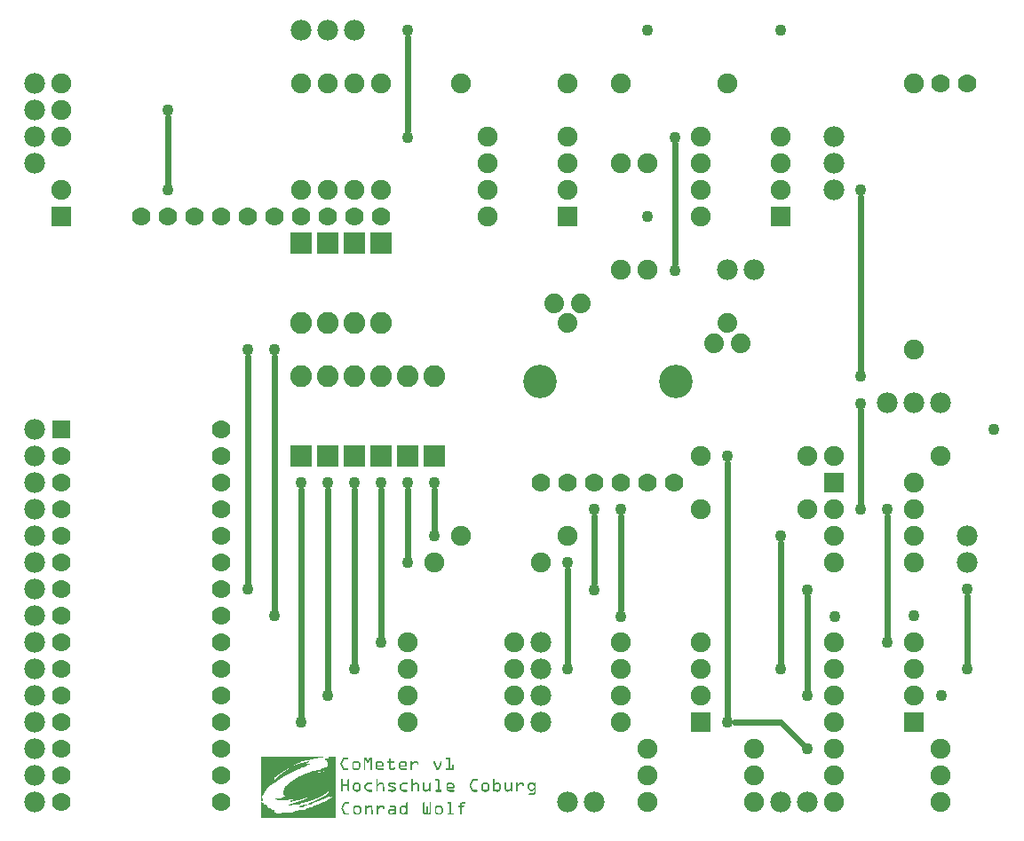
<source format=gtl>
G04 MADE WITH FRITZING*
G04 WWW.FRITZING.ORG*
G04 DOUBLE SIDED*
G04 HOLES PLATED*
G04 CONTOUR ON CENTER OF CONTOUR VECTOR*
%ASAXBY*%
%FSLAX23Y23*%
%MOIN*%
%OFA0B0*%
%SFA1.0B1.0*%
%ADD10C,0.043307*%
%ADD11C,0.074000*%
%ADD12C,0.075000*%
%ADD13C,0.125984*%
%ADD14C,0.070000*%
%ADD15C,0.078000*%
%ADD16C,0.082000*%
%ADD17R,0.075000X0.075000*%
%ADD18R,0.069972X0.070000*%
%ADD19R,0.082000X0.082000*%
%ADD20C,0.024000*%
%ADD21R,0.001000X0.001000*%
%LNCOPPER1*%
G90*
G70*
G54D10*
X3646Y561D03*
X744Y2461D03*
X744Y2761D03*
X3044Y3061D03*
X1643Y2660D03*
X1643Y3061D03*
X2544Y3061D03*
X2646Y2660D03*
X2646Y2160D03*
X1044Y961D03*
X1144Y861D03*
X3344Y2461D03*
X3344Y1761D03*
X1044Y1861D03*
X1144Y1861D03*
X1544Y762D03*
X1444Y661D03*
X1344Y562D03*
X1243Y461D03*
X1644Y1061D03*
X1744Y1161D03*
X1243Y1361D03*
X1344Y1361D03*
X1445Y1361D03*
X1543Y1361D03*
X1644Y1361D03*
X1744Y1361D03*
G54D11*
X2894Y1886D03*
X2844Y1961D03*
X2794Y1886D03*
G54D10*
X3844Y1561D03*
X3443Y1262D03*
X3444Y761D03*
X3544Y861D03*
X3246Y859D03*
X2244Y661D03*
X2244Y1061D03*
X3044Y661D03*
X3044Y1161D03*
X2344Y1261D03*
X2345Y960D03*
X2444Y1261D03*
X2445Y860D03*
X3145Y561D03*
X3145Y960D03*
X2844Y461D03*
X2844Y1461D03*
X3344Y1261D03*
X3344Y1660D03*
X2544Y2361D03*
X3144Y361D03*
X3744Y961D03*
X3744Y661D03*
G54D12*
X3544Y1861D03*
X3545Y2861D03*
X1644Y761D03*
X2044Y761D03*
X1644Y661D03*
X2044Y661D03*
X1644Y561D03*
X2044Y561D03*
X1844Y1161D03*
X2244Y1161D03*
X1744Y1061D03*
X2144Y1061D03*
X1644Y461D03*
X2044Y461D03*
X2744Y461D03*
X2444Y461D03*
X2744Y561D03*
X2444Y561D03*
X2744Y661D03*
X2444Y661D03*
X2744Y761D03*
X2444Y761D03*
X3544Y461D03*
X3244Y461D03*
X3544Y561D03*
X3244Y561D03*
X3544Y661D03*
X3244Y661D03*
X3544Y761D03*
X3244Y761D03*
X3244Y1361D03*
X3544Y1361D03*
X3244Y1261D03*
X3544Y1261D03*
X3244Y1161D03*
X3544Y1161D03*
X3244Y1061D03*
X3544Y1061D03*
X3244Y261D03*
X3644Y261D03*
X2544Y261D03*
X2944Y261D03*
X3244Y161D03*
X3644Y161D03*
X2544Y161D03*
X2944Y161D03*
X3644Y361D03*
X3244Y361D03*
X2944Y361D03*
X2544Y361D03*
X2744Y1461D03*
X3144Y1461D03*
X3244Y1461D03*
X3644Y1461D03*
X2744Y1261D03*
X3144Y1261D03*
G54D13*
X2649Y1741D03*
G54D14*
X2144Y1361D03*
X2244Y1361D03*
X2344Y1361D03*
X2444Y1361D03*
G54D13*
X2140Y1741D03*
G54D14*
X2544Y1361D03*
X2644Y1361D03*
G54D15*
X3044Y161D03*
X3144Y161D03*
X2244Y161D03*
X2344Y161D03*
X3744Y1161D03*
X3744Y1061D03*
G54D12*
X1544Y2461D03*
X1544Y2861D03*
X1444Y2461D03*
X1444Y2861D03*
X1344Y2461D03*
X1344Y2861D03*
X1244Y2461D03*
X1244Y2861D03*
G54D14*
X3644Y2861D03*
X3744Y2861D03*
G54D15*
X1444Y3061D03*
X1344Y3061D03*
X1244Y3061D03*
X244Y1561D03*
X244Y1461D03*
X244Y1361D03*
X244Y1261D03*
X244Y1161D03*
X244Y1061D03*
X244Y961D03*
X244Y861D03*
X244Y761D03*
X244Y661D03*
X244Y561D03*
X244Y461D03*
X244Y361D03*
X244Y261D03*
X244Y161D03*
X244Y2861D03*
X244Y2761D03*
X244Y2661D03*
X244Y2561D03*
X2144Y761D03*
X2144Y661D03*
X2144Y561D03*
X2144Y461D03*
X2944Y2161D03*
X2844Y2161D03*
X3244Y2461D03*
X3244Y2561D03*
X3244Y2661D03*
X3644Y1661D03*
X3544Y1661D03*
X3444Y1661D03*
G54D12*
X2244Y2361D03*
X1944Y2361D03*
X2244Y2461D03*
X1944Y2461D03*
X2244Y2561D03*
X1944Y2561D03*
X2244Y2661D03*
X1944Y2661D03*
X2244Y2861D03*
X1844Y2861D03*
X2544Y2561D03*
X2544Y2161D03*
X2444Y2861D03*
X2844Y2861D03*
G54D11*
X2194Y2036D03*
X2244Y1961D03*
X2294Y2036D03*
G54D12*
X2444Y2161D03*
X2444Y2561D03*
G54D14*
X1544Y2361D03*
X1444Y2361D03*
X1344Y2361D03*
X1244Y2361D03*
X1144Y2361D03*
X1044Y2361D03*
X944Y2361D03*
X844Y2361D03*
X744Y2361D03*
X644Y2361D03*
G54D12*
X3044Y2361D03*
X2744Y2361D03*
X3044Y2461D03*
X2744Y2461D03*
X3044Y2561D03*
X2744Y2561D03*
X3044Y2661D03*
X2744Y2661D03*
G54D14*
X344Y1561D03*
X344Y1461D03*
X344Y1361D03*
X344Y1261D03*
X344Y1161D03*
X344Y1061D03*
X344Y961D03*
X344Y861D03*
X344Y761D03*
X344Y661D03*
X344Y561D03*
X344Y461D03*
X344Y361D03*
X344Y261D03*
X344Y161D03*
X944Y1561D03*
X944Y1461D03*
X944Y1361D03*
X944Y1261D03*
X944Y1161D03*
X944Y1061D03*
X944Y961D03*
X944Y861D03*
X944Y761D03*
X944Y661D03*
X944Y561D03*
X944Y461D03*
X944Y361D03*
X944Y261D03*
X944Y161D03*
G54D12*
X344Y2361D03*
X344Y2461D03*
X344Y2661D03*
X344Y2761D03*
X344Y2861D03*
G54D16*
X1244Y2261D03*
X1244Y1963D03*
X1244Y1463D03*
X1244Y1761D03*
X1544Y1463D03*
X1544Y1761D03*
X1444Y1463D03*
X1444Y1761D03*
X1744Y1463D03*
X1744Y1761D03*
X1644Y1463D03*
X1644Y1761D03*
X1544Y2261D03*
X1544Y1963D03*
X1444Y2261D03*
X1444Y1963D03*
X1344Y2261D03*
X1344Y1963D03*
X1344Y1463D03*
X1344Y1761D03*
G54D17*
X2744Y461D03*
X3544Y461D03*
X3244Y1361D03*
X2244Y2361D03*
X3044Y2361D03*
G54D18*
X344Y1561D03*
G54D17*
X344Y2361D03*
G54D19*
X1244Y2262D03*
X1244Y1462D03*
X1544Y1462D03*
X1444Y1462D03*
X1744Y1462D03*
X1644Y1462D03*
X1544Y2262D03*
X1444Y2262D03*
X1344Y2262D03*
X1344Y1462D03*
G54D20*
X2646Y2635D02*
X2646Y2185D01*
D02*
X1643Y3037D02*
X1643Y2685D01*
D02*
X744Y2736D02*
X744Y2486D01*
D02*
X1344Y1336D02*
X1344Y587D01*
D02*
X1243Y1336D02*
X1243Y486D01*
D02*
X1544Y786D02*
X1543Y1336D01*
D02*
X1444Y686D02*
X1445Y1336D01*
D02*
X3344Y2436D02*
X3344Y1786D01*
D02*
X1044Y1836D02*
X1044Y986D01*
D02*
X1144Y1836D02*
X1144Y886D01*
D02*
X1744Y1186D02*
X1744Y1336D01*
D02*
X1644Y1086D02*
X1644Y1336D01*
D02*
X3044Y1136D02*
X3044Y686D01*
D02*
X2244Y1036D02*
X2244Y686D01*
D02*
X3444Y786D02*
X3443Y1237D01*
D02*
X2444Y1236D02*
X2445Y885D01*
D02*
X2344Y1236D02*
X2345Y985D01*
D02*
X3344Y1635D02*
X3344Y1286D01*
D02*
X2844Y486D02*
X2844Y1436D01*
D02*
X3145Y935D02*
X3145Y586D01*
D02*
X3744Y686D02*
X3744Y936D01*
D02*
X3045Y461D02*
X2869Y461D01*
D02*
X3127Y378D02*
X3045Y461D01*
G36*
X1095Y333D02*
X1095Y298D01*
X1215Y298D01*
X1215Y300D01*
X1217Y300D01*
X1217Y302D01*
X1222Y302D01*
X1222Y303D01*
X1224Y303D01*
X1224Y305D01*
X1229Y305D01*
X1229Y307D01*
X1230Y307D01*
X1230Y308D01*
X1237Y308D01*
X1237Y310D01*
X1239Y310D01*
X1239Y312D01*
X1244Y312D01*
X1244Y313D01*
X1245Y313D01*
X1245Y315D01*
X1254Y315D01*
X1254Y317D01*
X1256Y317D01*
X1256Y318D01*
X1267Y318D01*
X1267Y320D01*
X1277Y320D01*
X1277Y322D01*
X1287Y322D01*
X1287Y323D01*
X1291Y323D01*
X1291Y325D01*
X1304Y325D01*
X1304Y327D01*
X1307Y327D01*
X1307Y328D01*
X1316Y328D01*
X1316Y330D01*
X1327Y330D01*
X1327Y333D01*
X1095Y333D01*
G37*
D02*
G36*
X1269Y317D02*
X1269Y315D01*
X1267Y315D01*
X1267Y313D01*
X1256Y313D01*
X1256Y312D01*
X1252Y312D01*
X1252Y310D01*
X1244Y310D01*
X1244Y308D01*
X1240Y308D01*
X1240Y307D01*
X1232Y307D01*
X1232Y305D01*
X1230Y305D01*
X1230Y303D01*
X1276Y303D01*
X1276Y307D01*
X1264Y307D01*
X1264Y308D01*
X1271Y308D01*
X1271Y312D01*
X1274Y312D01*
X1274Y315D01*
X1272Y315D01*
X1272Y317D01*
X1269Y317D01*
G37*
D02*
G36*
X1224Y303D02*
X1224Y302D01*
X1274Y302D01*
X1274Y303D01*
X1224Y303D01*
G37*
D02*
G36*
X1220Y302D02*
X1220Y300D01*
X1267Y300D01*
X1267Y302D01*
X1220Y302D01*
G37*
D02*
G36*
X1220Y302D02*
X1220Y300D01*
X1267Y300D01*
X1267Y302D01*
X1220Y302D01*
G37*
D02*
G36*
X1217Y300D02*
X1217Y298D01*
X1266Y298D01*
X1266Y300D01*
X1217Y300D01*
G37*
D02*
G36*
X1095Y298D02*
X1095Y297D01*
X1262Y297D01*
X1262Y298D01*
X1095Y298D01*
G37*
D02*
G36*
X1095Y298D02*
X1095Y297D01*
X1262Y297D01*
X1262Y298D01*
X1095Y298D01*
G37*
D02*
G36*
X1095Y297D02*
X1095Y295D01*
X1209Y295D01*
X1209Y297D01*
X1095Y297D01*
G37*
D02*
G36*
X1210Y297D02*
X1210Y295D01*
X1257Y295D01*
X1257Y297D01*
X1210Y297D01*
G37*
D02*
G36*
X1095Y295D02*
X1095Y293D01*
X1256Y293D01*
X1256Y295D01*
X1095Y295D01*
G37*
D02*
G36*
X1095Y295D02*
X1095Y293D01*
X1256Y293D01*
X1256Y295D01*
X1095Y295D01*
G37*
D02*
G36*
X1095Y293D02*
X1095Y292D01*
X1204Y292D01*
X1204Y293D01*
X1095Y293D01*
G37*
D02*
G36*
X1205Y293D02*
X1205Y292D01*
X1249Y292D01*
X1249Y293D01*
X1205Y293D01*
G37*
D02*
G36*
X1095Y292D02*
X1095Y290D01*
X1245Y290D01*
X1245Y292D01*
X1095Y292D01*
G37*
D02*
G36*
X1095Y292D02*
X1095Y290D01*
X1245Y290D01*
X1245Y292D01*
X1095Y292D01*
G37*
D02*
G36*
X1095Y290D02*
X1095Y246D01*
X1144Y246D01*
X1144Y248D01*
X1145Y248D01*
X1145Y255D01*
X1149Y255D01*
X1149Y258D01*
X1150Y258D01*
X1150Y260D01*
X1152Y260D01*
X1152Y261D01*
X1155Y261D01*
X1155Y263D01*
X1157Y263D01*
X1157Y265D01*
X1159Y265D01*
X1159Y266D01*
X1162Y266D01*
X1162Y268D01*
X1164Y268D01*
X1164Y270D01*
X1167Y270D01*
X1167Y271D01*
X1169Y271D01*
X1169Y273D01*
X1172Y273D01*
X1172Y276D01*
X1177Y276D01*
X1177Y278D01*
X1179Y278D01*
X1179Y280D01*
X1182Y280D01*
X1182Y281D01*
X1184Y281D01*
X1184Y283D01*
X1189Y283D01*
X1189Y285D01*
X1190Y285D01*
X1190Y286D01*
X1194Y286D01*
X1194Y288D01*
X1195Y288D01*
X1195Y290D01*
X1095Y290D01*
G37*
D02*
G36*
X1200Y290D02*
X1200Y288D01*
X1197Y288D01*
X1197Y286D01*
X1195Y286D01*
X1195Y285D01*
X1192Y285D01*
X1192Y283D01*
X1190Y283D01*
X1190Y281D01*
X1187Y281D01*
X1187Y280D01*
X1185Y280D01*
X1185Y278D01*
X1182Y278D01*
X1182Y276D01*
X1180Y276D01*
X1180Y275D01*
X1177Y275D01*
X1177Y273D01*
X1175Y273D01*
X1175Y271D01*
X1174Y271D01*
X1174Y270D01*
X1172Y270D01*
X1172Y268D01*
X1169Y268D01*
X1169Y266D01*
X1167Y266D01*
X1167Y265D01*
X1164Y265D01*
X1164Y263D01*
X1162Y263D01*
X1162Y261D01*
X1160Y261D01*
X1160Y260D01*
X1159Y260D01*
X1159Y258D01*
X1157Y258D01*
X1157Y256D01*
X1154Y256D01*
X1154Y253D01*
X1150Y253D01*
X1150Y250D01*
X1147Y250D01*
X1147Y246D01*
X1162Y246D01*
X1162Y248D01*
X1165Y248D01*
X1165Y250D01*
X1167Y250D01*
X1167Y251D01*
X1170Y251D01*
X1170Y253D01*
X1172Y253D01*
X1172Y255D01*
X1175Y255D01*
X1175Y256D01*
X1177Y256D01*
X1177Y258D01*
X1180Y258D01*
X1180Y260D01*
X1184Y260D01*
X1184Y261D01*
X1185Y261D01*
X1185Y263D01*
X1190Y263D01*
X1190Y265D01*
X1192Y265D01*
X1192Y266D01*
X1197Y266D01*
X1197Y268D01*
X1199Y268D01*
X1199Y270D01*
X1202Y270D01*
X1202Y271D01*
X1204Y271D01*
X1204Y273D01*
X1210Y273D01*
X1210Y275D01*
X1212Y275D01*
X1212Y276D01*
X1217Y276D01*
X1217Y278D01*
X1219Y278D01*
X1219Y280D01*
X1224Y280D01*
X1224Y281D01*
X1225Y281D01*
X1225Y283D01*
X1230Y283D01*
X1230Y285D01*
X1232Y285D01*
X1232Y286D01*
X1239Y286D01*
X1239Y288D01*
X1240Y288D01*
X1240Y290D01*
X1200Y290D01*
G37*
D02*
G36*
X1095Y246D02*
X1095Y245D01*
X1160Y245D01*
X1160Y246D01*
X1095Y246D01*
G37*
D02*
G36*
X1095Y246D02*
X1095Y245D01*
X1160Y245D01*
X1160Y246D01*
X1095Y246D01*
G37*
D02*
G36*
X1095Y245D02*
X1095Y165D01*
X1098Y165D01*
X1098Y166D01*
X1100Y166D01*
X1100Y175D01*
X1098Y175D01*
X1098Y185D01*
X1100Y185D01*
X1100Y190D01*
X1102Y190D01*
X1102Y191D01*
X1103Y191D01*
X1103Y196D01*
X1107Y196D01*
X1107Y200D01*
X1108Y200D01*
X1108Y201D01*
X1110Y201D01*
X1110Y206D01*
X1112Y206D01*
X1112Y208D01*
X1113Y208D01*
X1113Y213D01*
X1117Y213D01*
X1117Y216D01*
X1120Y216D01*
X1120Y218D01*
X1122Y218D01*
X1122Y220D01*
X1123Y220D01*
X1123Y221D01*
X1125Y221D01*
X1125Y223D01*
X1127Y223D01*
X1127Y225D01*
X1130Y225D01*
X1130Y226D01*
X1132Y226D01*
X1132Y228D01*
X1135Y228D01*
X1135Y230D01*
X1137Y230D01*
X1137Y231D01*
X1142Y231D01*
X1142Y233D01*
X1144Y233D01*
X1144Y235D01*
X1147Y235D01*
X1147Y236D01*
X1149Y236D01*
X1149Y238D01*
X1150Y238D01*
X1150Y240D01*
X1152Y240D01*
X1152Y241D01*
X1155Y241D01*
X1155Y243D01*
X1157Y243D01*
X1157Y245D01*
X1095Y245D01*
G37*
D02*
G36*
X1346Y333D02*
X1346Y330D01*
X1347Y330D01*
X1347Y328D01*
X1346Y328D01*
X1346Y327D01*
X1334Y327D01*
X1334Y325D01*
X1332Y325D01*
X1332Y322D01*
X1334Y322D01*
X1334Y320D01*
X1336Y320D01*
X1336Y318D01*
X1339Y318D01*
X1339Y315D01*
X1341Y315D01*
X1341Y312D01*
X1342Y312D01*
X1342Y302D01*
X1344Y302D01*
X1344Y300D01*
X1342Y300D01*
X1342Y295D01*
X1339Y295D01*
X1339Y293D01*
X1337Y293D01*
X1337Y292D01*
X1329Y292D01*
X1329Y290D01*
X1322Y290D01*
X1322Y288D01*
X1321Y288D01*
X1321Y286D01*
X1319Y286D01*
X1319Y285D01*
X1317Y285D01*
X1317Y283D01*
X1309Y283D01*
X1309Y281D01*
X1301Y281D01*
X1301Y280D01*
X1297Y280D01*
X1297Y278D01*
X1331Y278D01*
X1331Y276D01*
X1336Y276D01*
X1336Y275D01*
X1317Y275D01*
X1317Y273D01*
X1316Y273D01*
X1316Y271D01*
X1372Y271D01*
X1372Y333D01*
X1346Y333D01*
G37*
D02*
G36*
X1282Y278D02*
X1282Y276D01*
X1281Y276D01*
X1281Y275D01*
X1276Y275D01*
X1276Y273D01*
X1272Y273D01*
X1272Y271D01*
X1292Y271D01*
X1292Y273D01*
X1306Y273D01*
X1306Y275D01*
X1307Y275D01*
X1307Y276D01*
X1327Y276D01*
X1327Y278D01*
X1282Y278D01*
G37*
D02*
G36*
X1266Y271D02*
X1266Y270D01*
X1372Y270D01*
X1372Y271D01*
X1266Y271D01*
G37*
D02*
G36*
X1266Y271D02*
X1266Y270D01*
X1372Y270D01*
X1372Y271D01*
X1266Y271D01*
G37*
D02*
G36*
X1262Y270D02*
X1262Y268D01*
X1256Y268D01*
X1256Y266D01*
X1254Y266D01*
X1254Y265D01*
X1249Y265D01*
X1249Y263D01*
X1245Y263D01*
X1245Y261D01*
X1244Y261D01*
X1244Y260D01*
X1239Y260D01*
X1239Y258D01*
X1235Y258D01*
X1235Y256D01*
X1232Y256D01*
X1232Y255D01*
X1230Y255D01*
X1230Y253D01*
X1227Y253D01*
X1227Y251D01*
X1224Y251D01*
X1224Y250D01*
X1220Y250D01*
X1220Y248D01*
X1219Y248D01*
X1219Y246D01*
X1215Y246D01*
X1215Y245D01*
X1214Y245D01*
X1214Y243D01*
X1210Y243D01*
X1210Y241D01*
X1209Y241D01*
X1209Y240D01*
X1205Y240D01*
X1205Y236D01*
X1202Y236D01*
X1202Y235D01*
X1200Y235D01*
X1200Y233D01*
X1199Y233D01*
X1199Y231D01*
X1197Y231D01*
X1197Y230D01*
X1195Y230D01*
X1195Y228D01*
X1194Y228D01*
X1194Y226D01*
X1192Y226D01*
X1192Y225D01*
X1189Y225D01*
X1189Y221D01*
X1185Y221D01*
X1185Y218D01*
X1182Y218D01*
X1182Y215D01*
X1180Y215D01*
X1180Y213D01*
X1179Y213D01*
X1179Y206D01*
X1177Y206D01*
X1177Y203D01*
X1175Y203D01*
X1175Y201D01*
X1346Y201D01*
X1346Y195D01*
X1344Y195D01*
X1344Y193D01*
X1342Y193D01*
X1342Y191D01*
X1341Y191D01*
X1341Y188D01*
X1336Y188D01*
X1336Y186D01*
X1334Y186D01*
X1334Y185D01*
X1364Y185D01*
X1364Y181D01*
X1361Y181D01*
X1361Y180D01*
X1372Y180D01*
X1372Y270D01*
X1262Y270D01*
G37*
D02*
G36*
X1177Y201D02*
X1177Y190D01*
X1179Y190D01*
X1179Y188D01*
X1180Y188D01*
X1180Y186D01*
X1184Y186D01*
X1184Y185D01*
X1185Y185D01*
X1185Y183D01*
X1182Y183D01*
X1182Y181D01*
X1177Y181D01*
X1177Y180D01*
X1174Y180D01*
X1174Y178D01*
X1266Y178D01*
X1266Y176D01*
X1306Y176D01*
X1306Y178D01*
X1311Y178D01*
X1311Y180D01*
X1312Y180D01*
X1312Y181D01*
X1317Y181D01*
X1317Y183D01*
X1319Y183D01*
X1319Y185D01*
X1322Y185D01*
X1322Y186D01*
X1326Y186D01*
X1326Y188D01*
X1327Y188D01*
X1327Y190D01*
X1331Y190D01*
X1331Y191D01*
X1332Y191D01*
X1332Y193D01*
X1336Y193D01*
X1336Y195D01*
X1337Y195D01*
X1337Y196D01*
X1341Y196D01*
X1341Y200D01*
X1344Y200D01*
X1344Y201D01*
X1177Y201D01*
G37*
D02*
G36*
X1331Y185D02*
X1331Y183D01*
X1326Y183D01*
X1326Y181D01*
X1352Y181D01*
X1352Y180D01*
X1357Y180D01*
X1357Y181D01*
X1359Y181D01*
X1359Y183D01*
X1362Y183D01*
X1362Y185D01*
X1331Y185D01*
G37*
D02*
G36*
X1322Y181D02*
X1322Y180D01*
X1319Y180D01*
X1319Y178D01*
X1317Y178D01*
X1317Y176D01*
X1312Y176D01*
X1312Y175D01*
X1311Y175D01*
X1311Y173D01*
X1304Y173D01*
X1304Y171D01*
X1302Y171D01*
X1302Y170D01*
X1297Y170D01*
X1297Y168D01*
X1296Y168D01*
X1296Y166D01*
X1291Y166D01*
X1291Y165D01*
X1289Y165D01*
X1289Y163D01*
X1282Y163D01*
X1282Y161D01*
X1279Y161D01*
X1279Y159D01*
X1276Y159D01*
X1276Y158D01*
X1272Y158D01*
X1272Y156D01*
X1269Y156D01*
X1269Y154D01*
X1261Y154D01*
X1261Y153D01*
X1257Y153D01*
X1257Y151D01*
X1250Y151D01*
X1250Y149D01*
X1249Y149D01*
X1249Y148D01*
X1239Y148D01*
X1239Y146D01*
X1237Y146D01*
X1237Y144D01*
X1235Y144D01*
X1235Y143D01*
X1242Y143D01*
X1242Y144D01*
X1254Y144D01*
X1254Y146D01*
X1257Y146D01*
X1257Y148D01*
X1264Y148D01*
X1264Y149D01*
X1267Y149D01*
X1267Y151D01*
X1274Y151D01*
X1274Y153D01*
X1277Y153D01*
X1277Y154D01*
X1284Y154D01*
X1284Y156D01*
X1286Y156D01*
X1286Y158D01*
X1294Y158D01*
X1294Y161D01*
X1302Y161D01*
X1302Y163D01*
X1304Y163D01*
X1304Y165D01*
X1312Y165D01*
X1312Y168D01*
X1319Y168D01*
X1319Y170D01*
X1321Y170D01*
X1321Y171D01*
X1327Y171D01*
X1327Y173D01*
X1329Y173D01*
X1329Y175D01*
X1336Y175D01*
X1336Y176D01*
X1337Y176D01*
X1337Y178D01*
X1342Y178D01*
X1342Y180D01*
X1344Y180D01*
X1344Y181D01*
X1322Y181D01*
G37*
D02*
G36*
X1357Y180D02*
X1357Y178D01*
X1356Y178D01*
X1356Y176D01*
X1351Y176D01*
X1351Y175D01*
X1349Y175D01*
X1349Y173D01*
X1346Y173D01*
X1346Y171D01*
X1344Y171D01*
X1344Y170D01*
X1339Y170D01*
X1339Y166D01*
X1332Y166D01*
X1332Y163D01*
X1326Y163D01*
X1326Y161D01*
X1324Y161D01*
X1324Y159D01*
X1317Y159D01*
X1317Y158D01*
X1316Y158D01*
X1316Y156D01*
X1311Y156D01*
X1311Y154D01*
X1307Y154D01*
X1307Y153D01*
X1302Y153D01*
X1302Y151D01*
X1299Y151D01*
X1299Y149D01*
X1294Y149D01*
X1294Y148D01*
X1291Y148D01*
X1291Y146D01*
X1287Y146D01*
X1287Y144D01*
X1282Y144D01*
X1282Y143D01*
X1279Y143D01*
X1279Y141D01*
X1274Y141D01*
X1274Y139D01*
X1269Y139D01*
X1269Y138D01*
X1262Y138D01*
X1262Y136D01*
X1259Y136D01*
X1259Y134D01*
X1250Y134D01*
X1250Y133D01*
X1245Y133D01*
X1245Y131D01*
X1235Y131D01*
X1235Y129D01*
X1230Y129D01*
X1230Y128D01*
X1220Y128D01*
X1220Y126D01*
X1215Y126D01*
X1215Y124D01*
X1202Y124D01*
X1202Y123D01*
X1192Y123D01*
X1192Y121D01*
X1169Y121D01*
X1169Y119D01*
X1372Y119D01*
X1372Y180D01*
X1357Y180D01*
G37*
D02*
G36*
X1169Y178D02*
X1169Y176D01*
X1155Y176D01*
X1155Y175D01*
X1256Y175D01*
X1256Y176D01*
X1261Y176D01*
X1261Y178D01*
X1169Y178D01*
G37*
D02*
G36*
X1149Y176D02*
X1149Y175D01*
X1150Y175D01*
X1150Y176D01*
X1149Y176D01*
G37*
D02*
G36*
X1261Y176D02*
X1261Y175D01*
X1259Y175D01*
X1259Y173D01*
X1254Y173D01*
X1254Y171D01*
X1252Y171D01*
X1252Y170D01*
X1245Y170D01*
X1245Y168D01*
X1242Y168D01*
X1242Y166D01*
X1237Y166D01*
X1237Y165D01*
X1235Y165D01*
X1235Y163D01*
X1225Y163D01*
X1225Y161D01*
X1224Y161D01*
X1224Y159D01*
X1217Y159D01*
X1217Y158D01*
X1212Y158D01*
X1212Y156D01*
X1205Y156D01*
X1205Y154D01*
X1199Y154D01*
X1199Y151D01*
X1197Y151D01*
X1197Y149D01*
X1200Y149D01*
X1200Y148D01*
X1204Y148D01*
X1204Y149D01*
X1209Y149D01*
X1209Y151D01*
X1220Y151D01*
X1220Y153D01*
X1227Y153D01*
X1227Y154D01*
X1239Y154D01*
X1239Y156D01*
X1242Y156D01*
X1242Y158D01*
X1254Y158D01*
X1254Y159D01*
X1256Y159D01*
X1256Y161D01*
X1266Y161D01*
X1266Y163D01*
X1269Y163D01*
X1269Y165D01*
X1277Y165D01*
X1277Y166D01*
X1281Y166D01*
X1281Y168D01*
X1287Y168D01*
X1287Y170D01*
X1289Y170D01*
X1289Y171D01*
X1296Y171D01*
X1296Y173D01*
X1297Y173D01*
X1297Y175D01*
X1302Y175D01*
X1302Y176D01*
X1261Y176D01*
G37*
D02*
G36*
X1147Y175D02*
X1147Y173D01*
X1250Y173D01*
X1250Y175D01*
X1147Y175D01*
G37*
D02*
G36*
X1147Y175D02*
X1147Y173D01*
X1250Y173D01*
X1250Y175D01*
X1147Y175D01*
G37*
D02*
G36*
X1150Y173D02*
X1150Y171D01*
X1214Y171D01*
X1214Y170D01*
X1207Y170D01*
X1207Y168D01*
X1205Y168D01*
X1205Y165D01*
X1204Y165D01*
X1204Y163D01*
X1210Y163D01*
X1210Y165D01*
X1222Y165D01*
X1222Y166D01*
X1225Y166D01*
X1225Y168D01*
X1235Y168D01*
X1235Y170D01*
X1239Y170D01*
X1239Y171D01*
X1247Y171D01*
X1247Y173D01*
X1150Y173D01*
G37*
D02*
G36*
X1154Y171D02*
X1154Y170D01*
X1157Y170D01*
X1157Y168D01*
X1189Y168D01*
X1189Y170D01*
X1197Y170D01*
X1197Y171D01*
X1154Y171D01*
G37*
D02*
G36*
X1095Y163D02*
X1095Y119D01*
X1149Y119D01*
X1149Y121D01*
X1147Y121D01*
X1147Y123D01*
X1145Y123D01*
X1145Y134D01*
X1135Y134D01*
X1135Y136D01*
X1130Y136D01*
X1130Y138D01*
X1122Y138D01*
X1122Y139D01*
X1120Y139D01*
X1120Y144D01*
X1118Y144D01*
X1118Y146D01*
X1117Y146D01*
X1117Y149D01*
X1113Y149D01*
X1113Y151D01*
X1112Y151D01*
X1112Y153D01*
X1107Y153D01*
X1107Y154D01*
X1103Y154D01*
X1103Y156D01*
X1102Y156D01*
X1102Y158D01*
X1100Y158D01*
X1100Y159D01*
X1098Y159D01*
X1098Y161D01*
X1097Y161D01*
X1097Y163D01*
X1095Y163D01*
G37*
D02*
G36*
X1095Y119D02*
X1095Y118D01*
X1372Y118D01*
X1372Y119D01*
X1095Y119D01*
G37*
D02*
G36*
X1095Y119D02*
X1095Y118D01*
X1372Y118D01*
X1372Y119D01*
X1095Y119D01*
G37*
D02*
G36*
X1095Y118D02*
X1095Y103D01*
X1372Y103D01*
X1372Y118D01*
X1095Y118D01*
G37*
D02*
G54D21*
X1406Y329D02*
X1419Y329D01*
X1479Y329D02*
X1486Y329D01*
X1502Y329D02*
X1508Y329D01*
X1788Y329D02*
X1803Y329D01*
X1403Y328D02*
X1420Y328D01*
X1479Y328D02*
X1487Y328D01*
X1501Y328D02*
X1509Y328D01*
X1787Y328D02*
X1803Y328D01*
X1402Y327D02*
X1421Y327D01*
X1479Y327D02*
X1488Y327D01*
X1500Y327D02*
X1509Y327D01*
X1786Y327D02*
X1803Y327D01*
X1400Y326D02*
X1421Y326D01*
X1479Y326D02*
X1488Y326D01*
X1500Y326D02*
X1509Y326D01*
X1574Y326D02*
X1577Y326D01*
X1786Y326D02*
X1803Y326D01*
X1400Y325D02*
X1421Y325D01*
X1479Y325D02*
X1489Y325D01*
X1499Y325D02*
X1509Y325D01*
X1573Y325D02*
X1578Y325D01*
X1786Y325D02*
X1803Y325D01*
X1399Y324D02*
X1420Y324D01*
X1479Y324D02*
X1490Y324D01*
X1498Y324D02*
X1509Y324D01*
X1573Y324D02*
X1578Y324D01*
X1787Y324D02*
X1803Y324D01*
X1399Y323D02*
X1406Y323D01*
X1479Y323D02*
X1490Y323D01*
X1497Y323D02*
X1509Y323D01*
X1573Y323D02*
X1578Y323D01*
X1798Y323D02*
X1803Y323D01*
X1398Y322D02*
X1404Y322D01*
X1479Y322D02*
X1491Y322D01*
X1497Y322D02*
X1509Y322D01*
X1573Y322D02*
X1578Y322D01*
X1798Y322D02*
X1803Y322D01*
X1398Y321D02*
X1404Y321D01*
X1479Y321D02*
X1492Y321D01*
X1496Y321D02*
X1509Y321D01*
X1573Y321D02*
X1578Y321D01*
X1798Y321D02*
X1803Y321D01*
X1397Y320D02*
X1403Y320D01*
X1479Y320D02*
X1492Y320D01*
X1495Y320D02*
X1509Y320D01*
X1573Y320D02*
X1578Y320D01*
X1798Y320D02*
X1803Y320D01*
X1397Y319D02*
X1403Y319D01*
X1479Y319D02*
X1484Y319D01*
X1487Y319D02*
X1501Y319D01*
X1503Y319D02*
X1509Y319D01*
X1573Y319D02*
X1578Y319D01*
X1798Y319D02*
X1803Y319D01*
X1396Y318D02*
X1402Y318D01*
X1479Y318D02*
X1484Y318D01*
X1487Y318D02*
X1500Y318D01*
X1503Y318D02*
X1509Y318D01*
X1573Y318D02*
X1578Y318D01*
X1798Y318D02*
X1803Y318D01*
X1396Y317D02*
X1402Y317D01*
X1479Y317D02*
X1484Y317D01*
X1488Y317D02*
X1500Y317D01*
X1503Y317D02*
X1509Y317D01*
X1573Y317D02*
X1578Y317D01*
X1798Y317D02*
X1803Y317D01*
X1395Y316D02*
X1401Y316D01*
X1444Y316D02*
X1456Y316D01*
X1479Y316D02*
X1484Y316D01*
X1489Y316D02*
X1499Y316D01*
X1503Y316D02*
X1509Y316D01*
X1532Y316D02*
X1544Y316D01*
X1569Y316D02*
X1591Y316D01*
X1619Y316D02*
X1631Y316D01*
X1656Y316D02*
X1658Y316D01*
X1668Y316D02*
X1677Y316D01*
X1744Y316D02*
X1746Y316D01*
X1768Y316D02*
X1770Y316D01*
X1798Y316D02*
X1803Y316D01*
X1395Y315D02*
X1401Y315D01*
X1442Y315D02*
X1458Y315D01*
X1479Y315D02*
X1484Y315D01*
X1489Y315D02*
X1498Y315D01*
X1503Y315D02*
X1509Y315D01*
X1530Y315D02*
X1546Y315D01*
X1567Y315D02*
X1592Y315D01*
X1617Y315D02*
X1633Y315D01*
X1655Y315D02*
X1659Y315D01*
X1667Y315D02*
X1679Y315D01*
X1743Y315D02*
X1747Y315D01*
X1767Y315D02*
X1771Y315D01*
X1798Y315D02*
X1803Y315D01*
X1394Y314D02*
X1400Y314D01*
X1441Y314D02*
X1460Y314D01*
X1479Y314D02*
X1484Y314D01*
X1490Y314D02*
X1498Y314D01*
X1503Y314D02*
X1509Y314D01*
X1528Y314D02*
X1547Y314D01*
X1567Y314D02*
X1593Y314D01*
X1616Y314D02*
X1635Y314D01*
X1655Y314D02*
X1659Y314D01*
X1666Y314D02*
X1681Y314D01*
X1742Y314D02*
X1747Y314D01*
X1766Y314D02*
X1771Y314D01*
X1798Y314D02*
X1803Y314D01*
X1394Y313D02*
X1400Y313D01*
X1439Y313D02*
X1461Y313D01*
X1479Y313D02*
X1484Y313D01*
X1491Y313D02*
X1497Y313D01*
X1503Y313D02*
X1509Y313D01*
X1527Y313D02*
X1548Y313D01*
X1567Y313D02*
X1593Y313D01*
X1615Y313D02*
X1636Y313D01*
X1654Y313D02*
X1660Y313D01*
X1664Y313D02*
X1682Y313D01*
X1742Y313D02*
X1747Y313D01*
X1766Y313D02*
X1771Y313D01*
X1798Y313D02*
X1803Y313D01*
X1393Y312D02*
X1399Y312D01*
X1438Y312D02*
X1462Y312D01*
X1479Y312D02*
X1484Y312D01*
X1491Y312D02*
X1496Y312D01*
X1503Y312D02*
X1509Y312D01*
X1526Y312D02*
X1549Y312D01*
X1567Y312D02*
X1593Y312D01*
X1614Y312D02*
X1637Y312D01*
X1654Y312D02*
X1660Y312D01*
X1663Y312D02*
X1682Y312D01*
X1742Y312D02*
X1747Y312D01*
X1766Y312D02*
X1771Y312D01*
X1798Y312D02*
X1803Y312D01*
X1393Y311D02*
X1399Y311D01*
X1438Y311D02*
X1463Y311D01*
X1479Y311D02*
X1484Y311D01*
X1491Y311D02*
X1496Y311D01*
X1503Y311D02*
X1509Y311D01*
X1525Y311D02*
X1550Y311D01*
X1568Y311D02*
X1592Y311D01*
X1613Y311D02*
X1638Y311D01*
X1654Y311D02*
X1660Y311D01*
X1662Y311D02*
X1683Y311D01*
X1742Y311D02*
X1747Y311D01*
X1766Y311D02*
X1771Y311D01*
X1798Y311D02*
X1803Y311D01*
X1393Y310D02*
X1398Y310D01*
X1437Y310D02*
X1445Y310D01*
X1456Y310D02*
X1463Y310D01*
X1479Y310D02*
X1484Y310D01*
X1491Y310D02*
X1496Y310D01*
X1503Y310D02*
X1509Y310D01*
X1525Y310D02*
X1532Y310D01*
X1543Y310D02*
X1551Y310D01*
X1573Y310D02*
X1578Y310D01*
X1612Y310D02*
X1620Y310D01*
X1631Y310D02*
X1639Y310D01*
X1654Y310D02*
X1669Y310D01*
X1677Y310D02*
X1683Y310D01*
X1742Y310D02*
X1747Y310D01*
X1766Y310D02*
X1771Y310D01*
X1798Y310D02*
X1803Y310D01*
X1392Y309D02*
X1398Y309D01*
X1436Y309D02*
X1443Y309D01*
X1457Y309D02*
X1464Y309D01*
X1479Y309D02*
X1484Y309D01*
X1492Y309D02*
X1496Y309D01*
X1503Y309D02*
X1509Y309D01*
X1524Y309D02*
X1531Y309D01*
X1545Y309D02*
X1552Y309D01*
X1573Y309D02*
X1578Y309D01*
X1612Y309D02*
X1618Y309D01*
X1632Y309D02*
X1639Y309D01*
X1654Y309D02*
X1668Y309D01*
X1678Y309D02*
X1683Y309D01*
X1742Y309D02*
X1747Y309D01*
X1766Y309D02*
X1771Y309D01*
X1798Y309D02*
X1803Y309D01*
X1392Y308D02*
X1397Y308D01*
X1436Y308D02*
X1442Y308D01*
X1458Y308D02*
X1464Y308D01*
X1479Y308D02*
X1484Y308D01*
X1493Y308D02*
X1495Y308D01*
X1503Y308D02*
X1509Y308D01*
X1524Y308D02*
X1530Y308D01*
X1546Y308D02*
X1552Y308D01*
X1573Y308D02*
X1578Y308D01*
X1611Y308D02*
X1617Y308D01*
X1633Y308D02*
X1639Y308D01*
X1654Y308D02*
X1667Y308D01*
X1678Y308D02*
X1684Y308D01*
X1742Y308D02*
X1748Y308D01*
X1766Y308D02*
X1771Y308D01*
X1798Y308D02*
X1803Y308D01*
X1392Y307D02*
X1397Y307D01*
X1436Y307D02*
X1441Y307D01*
X1459Y307D02*
X1465Y307D01*
X1479Y307D02*
X1484Y307D01*
X1503Y307D02*
X1509Y307D01*
X1523Y307D02*
X1529Y307D01*
X1547Y307D02*
X1552Y307D01*
X1573Y307D02*
X1578Y307D01*
X1611Y307D02*
X1616Y307D01*
X1634Y307D02*
X1640Y307D01*
X1654Y307D02*
X1666Y307D01*
X1679Y307D02*
X1684Y307D01*
X1742Y307D02*
X1748Y307D01*
X1765Y307D02*
X1771Y307D01*
X1798Y307D02*
X1803Y307D01*
X1392Y306D02*
X1397Y306D01*
X1436Y306D02*
X1441Y306D01*
X1459Y306D02*
X1465Y306D01*
X1479Y306D02*
X1484Y306D01*
X1503Y306D02*
X1509Y306D01*
X1523Y306D02*
X1528Y306D01*
X1547Y306D02*
X1552Y306D01*
X1573Y306D02*
X1578Y306D01*
X1611Y306D02*
X1616Y306D01*
X1635Y306D02*
X1640Y306D01*
X1654Y306D02*
X1665Y306D01*
X1679Y306D02*
X1684Y306D01*
X1743Y306D02*
X1748Y306D01*
X1765Y306D02*
X1771Y306D01*
X1798Y306D02*
X1803Y306D01*
X1392Y305D02*
X1397Y305D01*
X1436Y305D02*
X1441Y305D01*
X1460Y305D02*
X1465Y305D01*
X1479Y305D02*
X1484Y305D01*
X1503Y305D02*
X1509Y305D01*
X1523Y305D02*
X1528Y305D01*
X1547Y305D02*
X1552Y305D01*
X1573Y305D02*
X1578Y305D01*
X1611Y305D02*
X1616Y305D01*
X1635Y305D02*
X1640Y305D01*
X1654Y305D02*
X1664Y305D01*
X1679Y305D02*
X1684Y305D01*
X1743Y305D02*
X1749Y305D01*
X1764Y305D02*
X1770Y305D01*
X1798Y305D02*
X1803Y305D01*
X1392Y304D02*
X1397Y304D01*
X1436Y304D02*
X1441Y304D01*
X1460Y304D02*
X1465Y304D01*
X1479Y304D02*
X1484Y304D01*
X1503Y304D02*
X1509Y304D01*
X1523Y304D02*
X1528Y304D01*
X1547Y304D02*
X1552Y304D01*
X1573Y304D02*
X1578Y304D01*
X1611Y304D02*
X1616Y304D01*
X1635Y304D02*
X1640Y304D01*
X1654Y304D02*
X1662Y304D01*
X1679Y304D02*
X1683Y304D01*
X1744Y304D02*
X1749Y304D01*
X1764Y304D02*
X1770Y304D01*
X1798Y304D02*
X1803Y304D01*
X1392Y303D02*
X1397Y303D01*
X1436Y303D02*
X1441Y303D01*
X1460Y303D02*
X1465Y303D01*
X1479Y303D02*
X1484Y303D01*
X1503Y303D02*
X1509Y303D01*
X1523Y303D02*
X1528Y303D01*
X1547Y303D02*
X1552Y303D01*
X1573Y303D02*
X1578Y303D01*
X1611Y303D02*
X1616Y303D01*
X1635Y303D02*
X1640Y303D01*
X1654Y303D02*
X1661Y303D01*
X1680Y303D02*
X1682Y303D01*
X1744Y303D02*
X1750Y303D01*
X1764Y303D02*
X1769Y303D01*
X1798Y303D02*
X1803Y303D01*
X1811Y303D02*
X1814Y303D01*
X1392Y302D02*
X1398Y302D01*
X1436Y302D02*
X1441Y302D01*
X1460Y302D02*
X1465Y302D01*
X1479Y302D02*
X1484Y302D01*
X1503Y302D02*
X1509Y302D01*
X1523Y302D02*
X1528Y302D01*
X1547Y302D02*
X1552Y302D01*
X1573Y302D02*
X1578Y302D01*
X1611Y302D02*
X1616Y302D01*
X1635Y302D02*
X1640Y302D01*
X1654Y302D02*
X1660Y302D01*
X1744Y302D02*
X1750Y302D01*
X1763Y302D02*
X1769Y302D01*
X1798Y302D02*
X1803Y302D01*
X1810Y302D02*
X1815Y302D01*
X1393Y301D02*
X1398Y301D01*
X1436Y301D02*
X1441Y301D01*
X1460Y301D02*
X1465Y301D01*
X1479Y301D02*
X1484Y301D01*
X1503Y301D02*
X1509Y301D01*
X1523Y301D02*
X1529Y301D01*
X1547Y301D02*
X1552Y301D01*
X1573Y301D02*
X1578Y301D01*
X1611Y301D02*
X1616Y301D01*
X1634Y301D02*
X1640Y301D01*
X1654Y301D02*
X1660Y301D01*
X1745Y301D02*
X1751Y301D01*
X1763Y301D02*
X1768Y301D01*
X1798Y301D02*
X1803Y301D01*
X1810Y301D02*
X1815Y301D01*
X1393Y300D02*
X1399Y300D01*
X1436Y300D02*
X1441Y300D01*
X1460Y300D02*
X1465Y300D01*
X1479Y300D02*
X1484Y300D01*
X1503Y300D02*
X1509Y300D01*
X1523Y300D02*
X1552Y300D01*
X1573Y300D02*
X1578Y300D01*
X1611Y300D02*
X1640Y300D01*
X1654Y300D02*
X1660Y300D01*
X1745Y300D02*
X1751Y300D01*
X1762Y300D02*
X1768Y300D01*
X1798Y300D02*
X1803Y300D01*
X1810Y300D02*
X1815Y300D01*
X1393Y299D02*
X1399Y299D01*
X1436Y299D02*
X1441Y299D01*
X1460Y299D02*
X1465Y299D01*
X1479Y299D02*
X1484Y299D01*
X1503Y299D02*
X1509Y299D01*
X1523Y299D02*
X1552Y299D01*
X1573Y299D02*
X1578Y299D01*
X1611Y299D02*
X1640Y299D01*
X1654Y299D02*
X1660Y299D01*
X1746Y299D02*
X1751Y299D01*
X1762Y299D02*
X1767Y299D01*
X1798Y299D02*
X1803Y299D01*
X1810Y299D02*
X1815Y299D01*
X1394Y298D02*
X1400Y298D01*
X1436Y298D02*
X1441Y298D01*
X1460Y298D02*
X1465Y298D01*
X1479Y298D02*
X1484Y298D01*
X1503Y298D02*
X1509Y298D01*
X1523Y298D02*
X1552Y298D01*
X1573Y298D02*
X1578Y298D01*
X1611Y298D02*
X1640Y298D01*
X1654Y298D02*
X1660Y298D01*
X1746Y298D02*
X1752Y298D01*
X1761Y298D02*
X1767Y298D01*
X1798Y298D02*
X1803Y298D01*
X1810Y298D02*
X1815Y298D01*
X1394Y297D02*
X1400Y297D01*
X1436Y297D02*
X1441Y297D01*
X1460Y297D02*
X1465Y297D01*
X1479Y297D02*
X1484Y297D01*
X1503Y297D02*
X1509Y297D01*
X1523Y297D02*
X1552Y297D01*
X1573Y297D02*
X1578Y297D01*
X1611Y297D02*
X1640Y297D01*
X1654Y297D02*
X1660Y297D01*
X1747Y297D02*
X1752Y297D01*
X1761Y297D02*
X1767Y297D01*
X1798Y297D02*
X1803Y297D01*
X1810Y297D02*
X1815Y297D01*
X1395Y296D02*
X1401Y296D01*
X1436Y296D02*
X1441Y296D01*
X1460Y296D02*
X1465Y296D01*
X1479Y296D02*
X1484Y296D01*
X1503Y296D02*
X1509Y296D01*
X1523Y296D02*
X1552Y296D01*
X1573Y296D02*
X1578Y296D01*
X1611Y296D02*
X1639Y296D01*
X1654Y296D02*
X1660Y296D01*
X1747Y296D02*
X1753Y296D01*
X1760Y296D02*
X1766Y296D01*
X1798Y296D02*
X1803Y296D01*
X1810Y296D02*
X1815Y296D01*
X1395Y295D02*
X1401Y295D01*
X1436Y295D02*
X1441Y295D01*
X1460Y295D02*
X1465Y295D01*
X1479Y295D02*
X1484Y295D01*
X1503Y295D02*
X1509Y295D01*
X1523Y295D02*
X1550Y295D01*
X1573Y295D02*
X1578Y295D01*
X1611Y295D02*
X1637Y295D01*
X1654Y295D02*
X1660Y295D01*
X1748Y295D02*
X1753Y295D01*
X1760Y295D02*
X1766Y295D01*
X1798Y295D02*
X1803Y295D01*
X1810Y295D02*
X1815Y295D01*
X1396Y294D02*
X1402Y294D01*
X1436Y294D02*
X1441Y294D01*
X1460Y294D02*
X1465Y294D01*
X1479Y294D02*
X1484Y294D01*
X1503Y294D02*
X1509Y294D01*
X1523Y294D02*
X1528Y294D01*
X1573Y294D02*
X1578Y294D01*
X1611Y294D02*
X1616Y294D01*
X1654Y294D02*
X1660Y294D01*
X1748Y294D02*
X1754Y294D01*
X1760Y294D02*
X1765Y294D01*
X1798Y294D02*
X1803Y294D01*
X1810Y294D02*
X1815Y294D01*
X1396Y293D02*
X1402Y293D01*
X1436Y293D02*
X1441Y293D01*
X1460Y293D02*
X1465Y293D01*
X1479Y293D02*
X1484Y293D01*
X1503Y293D02*
X1509Y293D01*
X1523Y293D02*
X1528Y293D01*
X1573Y293D02*
X1578Y293D01*
X1593Y293D02*
X1594Y293D01*
X1611Y293D02*
X1616Y293D01*
X1654Y293D02*
X1660Y293D01*
X1748Y293D02*
X1754Y293D01*
X1759Y293D02*
X1765Y293D01*
X1798Y293D02*
X1803Y293D01*
X1810Y293D02*
X1815Y293D01*
X1397Y292D02*
X1403Y292D01*
X1436Y292D02*
X1441Y292D01*
X1459Y292D02*
X1465Y292D01*
X1479Y292D02*
X1484Y292D01*
X1503Y292D02*
X1509Y292D01*
X1523Y292D02*
X1528Y292D01*
X1573Y292D02*
X1578Y292D01*
X1592Y292D02*
X1595Y292D01*
X1611Y292D02*
X1616Y292D01*
X1654Y292D02*
X1660Y292D01*
X1749Y292D02*
X1755Y292D01*
X1759Y292D02*
X1764Y292D01*
X1798Y292D02*
X1803Y292D01*
X1810Y292D02*
X1815Y292D01*
X1397Y291D02*
X1403Y291D01*
X1436Y291D02*
X1441Y291D01*
X1459Y291D02*
X1464Y291D01*
X1479Y291D02*
X1484Y291D01*
X1503Y291D02*
X1509Y291D01*
X1523Y291D02*
X1529Y291D01*
X1573Y291D02*
X1578Y291D01*
X1591Y291D02*
X1596Y291D01*
X1611Y291D02*
X1617Y291D01*
X1654Y291D02*
X1660Y291D01*
X1749Y291D02*
X1755Y291D01*
X1758Y291D02*
X1764Y291D01*
X1798Y291D02*
X1803Y291D01*
X1810Y291D02*
X1815Y291D01*
X1398Y290D02*
X1404Y290D01*
X1436Y290D02*
X1442Y290D01*
X1458Y290D02*
X1464Y290D01*
X1479Y290D02*
X1484Y290D01*
X1503Y290D02*
X1509Y290D01*
X1524Y290D02*
X1530Y290D01*
X1573Y290D02*
X1578Y290D01*
X1591Y290D02*
X1596Y290D01*
X1611Y290D02*
X1618Y290D01*
X1654Y290D02*
X1660Y290D01*
X1750Y290D02*
X1755Y290D01*
X1758Y290D02*
X1764Y290D01*
X1798Y290D02*
X1803Y290D01*
X1810Y290D02*
X1815Y290D01*
X1398Y289D02*
X1405Y289D01*
X1436Y289D02*
X1444Y289D01*
X1457Y289D02*
X1464Y289D01*
X1479Y289D02*
X1484Y289D01*
X1503Y289D02*
X1509Y289D01*
X1524Y289D02*
X1531Y289D01*
X1573Y289D02*
X1579Y289D01*
X1590Y289D02*
X1596Y289D01*
X1612Y289D02*
X1619Y289D01*
X1654Y289D02*
X1660Y289D01*
X1750Y289D02*
X1763Y289D01*
X1798Y289D02*
X1803Y289D01*
X1810Y289D02*
X1815Y289D01*
X1399Y288D02*
X1419Y288D01*
X1437Y288D02*
X1463Y288D01*
X1479Y288D02*
X1484Y288D01*
X1503Y288D02*
X1509Y288D01*
X1525Y288D02*
X1550Y288D01*
X1573Y288D02*
X1596Y288D01*
X1612Y288D02*
X1638Y288D01*
X1654Y288D02*
X1660Y288D01*
X1751Y288D02*
X1763Y288D01*
X1788Y288D02*
X1815Y288D01*
X1399Y287D02*
X1420Y287D01*
X1438Y287D02*
X1462Y287D01*
X1479Y287D02*
X1484Y287D01*
X1503Y287D02*
X1509Y287D01*
X1525Y287D02*
X1552Y287D01*
X1574Y287D02*
X1595Y287D01*
X1613Y287D02*
X1639Y287D01*
X1654Y287D02*
X1660Y287D01*
X1751Y287D02*
X1762Y287D01*
X1787Y287D02*
X1815Y287D01*
X1400Y286D02*
X1421Y286D01*
X1439Y286D02*
X1461Y286D01*
X1479Y286D02*
X1484Y286D01*
X1503Y286D02*
X1509Y286D01*
X1526Y286D02*
X1552Y286D01*
X1575Y286D02*
X1594Y286D01*
X1614Y286D02*
X1640Y286D01*
X1654Y286D02*
X1660Y286D01*
X1751Y286D02*
X1762Y286D01*
X1786Y286D02*
X1815Y286D01*
X1401Y285D02*
X1421Y285D01*
X1440Y285D02*
X1460Y285D01*
X1479Y285D02*
X1484Y285D01*
X1503Y285D02*
X1508Y285D01*
X1527Y285D02*
X1552Y285D01*
X1575Y285D02*
X1593Y285D01*
X1615Y285D02*
X1640Y285D01*
X1655Y285D02*
X1660Y285D01*
X1752Y285D02*
X1761Y285D01*
X1786Y285D02*
X1815Y285D01*
X1402Y284D02*
X1421Y284D01*
X1441Y284D02*
X1459Y284D01*
X1480Y284D02*
X1484Y284D01*
X1504Y284D02*
X1508Y284D01*
X1529Y284D02*
X1552Y284D01*
X1576Y284D02*
X1592Y284D01*
X1616Y284D02*
X1640Y284D01*
X1655Y284D02*
X1659Y284D01*
X1752Y284D02*
X1761Y284D01*
X1786Y284D02*
X1815Y284D01*
X1404Y283D02*
X1420Y283D01*
X1443Y283D02*
X1457Y283D01*
X1480Y283D02*
X1484Y283D01*
X1504Y283D02*
X1508Y283D01*
X1530Y283D02*
X1551Y283D01*
X1578Y283D02*
X1591Y283D01*
X1618Y283D02*
X1639Y283D01*
X1655Y283D02*
X1659Y283D01*
X1753Y283D02*
X1760Y283D01*
X1787Y283D02*
X1814Y283D01*
X1397Y248D02*
X1397Y248D01*
X1421Y248D02*
X1421Y248D01*
X1528Y248D02*
X1529Y248D01*
X1659Y248D02*
X1660Y248D01*
X1750Y248D02*
X1760Y248D01*
X1890Y248D02*
X1903Y248D01*
X1966Y248D02*
X1967Y248D01*
X1395Y247D02*
X1399Y247D01*
X1419Y247D02*
X1423Y247D01*
X1527Y247D02*
X1530Y247D01*
X1658Y247D02*
X1662Y247D01*
X1748Y247D02*
X1761Y247D01*
X1887Y247D02*
X1905Y247D01*
X1964Y247D02*
X1968Y247D01*
X1395Y246D02*
X1399Y246D01*
X1419Y246D02*
X1423Y246D01*
X1526Y246D02*
X1531Y246D01*
X1657Y246D02*
X1662Y246D01*
X1748Y246D02*
X1762Y246D01*
X1886Y246D02*
X1905Y246D01*
X1964Y246D02*
X1969Y246D01*
X1394Y245D02*
X1400Y245D01*
X1418Y245D02*
X1424Y245D01*
X1526Y245D02*
X1531Y245D01*
X1657Y245D02*
X1662Y245D01*
X1748Y245D02*
X1762Y245D01*
X1885Y245D02*
X1905Y245D01*
X1964Y245D02*
X1969Y245D01*
X1394Y244D02*
X1400Y244D01*
X1418Y244D02*
X1424Y244D01*
X1526Y244D02*
X1531Y244D01*
X1657Y244D02*
X1662Y244D01*
X1748Y244D02*
X1762Y244D01*
X1884Y244D02*
X1905Y244D01*
X1964Y244D02*
X1969Y244D01*
X1394Y243D02*
X1400Y243D01*
X1418Y243D02*
X1424Y243D01*
X1526Y243D02*
X1531Y243D01*
X1657Y243D02*
X1662Y243D01*
X1749Y243D02*
X1762Y243D01*
X1884Y243D02*
X1904Y243D01*
X1964Y243D02*
X1969Y243D01*
X1394Y242D02*
X1400Y242D01*
X1418Y242D02*
X1424Y242D01*
X1526Y242D02*
X1531Y242D01*
X1657Y242D02*
X1662Y242D01*
X1756Y242D02*
X1762Y242D01*
X1883Y242D02*
X1890Y242D01*
X1964Y242D02*
X1969Y242D01*
X1394Y241D02*
X1400Y241D01*
X1418Y241D02*
X1424Y241D01*
X1526Y241D02*
X1531Y241D01*
X1657Y241D02*
X1662Y241D01*
X1757Y241D02*
X1762Y241D01*
X1883Y241D02*
X1889Y241D01*
X1964Y241D02*
X1969Y241D01*
X1394Y240D02*
X1400Y240D01*
X1418Y240D02*
X1424Y240D01*
X1526Y240D02*
X1531Y240D01*
X1657Y240D02*
X1662Y240D01*
X1757Y240D02*
X1762Y240D01*
X1882Y240D02*
X1888Y240D01*
X1964Y240D02*
X1969Y240D01*
X1394Y239D02*
X1400Y239D01*
X1418Y239D02*
X1424Y239D01*
X1526Y239D02*
X1531Y239D01*
X1657Y239D02*
X1662Y239D01*
X1757Y239D02*
X1762Y239D01*
X1882Y239D02*
X1888Y239D01*
X1964Y239D02*
X1969Y239D01*
X1394Y238D02*
X1400Y238D01*
X1418Y238D02*
X1424Y238D01*
X1526Y238D02*
X1531Y238D01*
X1657Y238D02*
X1662Y238D01*
X1757Y238D02*
X1762Y238D01*
X1881Y238D02*
X1887Y238D01*
X1964Y238D02*
X1969Y238D01*
X1394Y237D02*
X1400Y237D01*
X1418Y237D02*
X1424Y237D01*
X1526Y237D02*
X1531Y237D01*
X1657Y237D02*
X1662Y237D01*
X1757Y237D02*
X1762Y237D01*
X1881Y237D02*
X1887Y237D01*
X1964Y237D02*
X1969Y237D01*
X1394Y236D02*
X1400Y236D01*
X1418Y236D02*
X1424Y236D01*
X1526Y236D02*
X1531Y236D01*
X1657Y236D02*
X1662Y236D01*
X1757Y236D02*
X1762Y236D01*
X1880Y236D02*
X1886Y236D01*
X1964Y236D02*
X1969Y236D01*
X1394Y235D02*
X1400Y235D01*
X1418Y235D02*
X1424Y235D01*
X1447Y235D02*
X1459Y235D01*
X1494Y235D02*
X1509Y235D01*
X1526Y235D02*
X1531Y235D01*
X1540Y235D02*
X1548Y235D01*
X1576Y235D02*
X1593Y235D01*
X1625Y235D02*
X1641Y235D01*
X1657Y235D02*
X1662Y235D01*
X1672Y235D02*
X1679Y235D01*
X1703Y235D02*
X1704Y235D01*
X1727Y235D02*
X1728Y235D01*
X1757Y235D02*
X1762Y235D01*
X1797Y235D02*
X1809Y235D01*
X1880Y235D02*
X1886Y235D01*
X1929Y235D02*
X1940Y235D01*
X1964Y235D02*
X1969Y235D01*
X1976Y235D02*
X1984Y235D01*
X2009Y235D02*
X2011Y235D01*
X2033Y235D02*
X2035Y235D01*
X2053Y235D02*
X2055Y235D01*
X2065Y235D02*
X2074Y235D01*
X2104Y235D02*
X2112Y235D01*
X2121Y235D02*
X2123Y235D01*
X1394Y234D02*
X1400Y234D01*
X1418Y234D02*
X1424Y234D01*
X1445Y234D02*
X1461Y234D01*
X1492Y234D02*
X1511Y234D01*
X1526Y234D02*
X1531Y234D01*
X1538Y234D02*
X1550Y234D01*
X1574Y234D02*
X1595Y234D01*
X1623Y234D02*
X1642Y234D01*
X1657Y234D02*
X1662Y234D01*
X1669Y234D02*
X1681Y234D01*
X1702Y234D02*
X1705Y234D01*
X1726Y234D02*
X1730Y234D01*
X1757Y234D02*
X1762Y234D01*
X1795Y234D02*
X1811Y234D01*
X1879Y234D02*
X1885Y234D01*
X1926Y234D02*
X1942Y234D01*
X1964Y234D02*
X1969Y234D01*
X1973Y234D02*
X1986Y234D01*
X2008Y234D02*
X2012Y234D01*
X2032Y234D02*
X2036Y234D01*
X2052Y234D02*
X2056Y234D01*
X2064Y234D02*
X2076Y234D01*
X2102Y234D02*
X2115Y234D01*
X2120Y234D02*
X2124Y234D01*
X1394Y233D02*
X1400Y233D01*
X1418Y233D02*
X1424Y233D01*
X1443Y233D02*
X1462Y233D01*
X1490Y233D02*
X1511Y233D01*
X1526Y233D02*
X1531Y233D01*
X1536Y233D02*
X1551Y233D01*
X1573Y233D02*
X1596Y233D01*
X1621Y233D02*
X1642Y233D01*
X1657Y233D02*
X1662Y233D01*
X1668Y233D02*
X1683Y233D01*
X1701Y233D02*
X1706Y233D01*
X1725Y233D02*
X1730Y233D01*
X1757Y233D02*
X1762Y233D01*
X1794Y233D02*
X1813Y233D01*
X1879Y233D02*
X1885Y233D01*
X1925Y233D02*
X1944Y233D01*
X1964Y233D02*
X1969Y233D01*
X1972Y233D02*
X1988Y233D01*
X2008Y233D02*
X2012Y233D01*
X2032Y233D02*
X2037Y233D01*
X2051Y233D02*
X2056Y233D01*
X2062Y233D02*
X2077Y233D01*
X2100Y233D02*
X2116Y233D01*
X2119Y233D02*
X2124Y233D01*
X1394Y232D02*
X1400Y232D01*
X1418Y232D02*
X1424Y232D01*
X1442Y232D02*
X1463Y232D01*
X1489Y232D02*
X1511Y232D01*
X1526Y232D02*
X1531Y232D01*
X1535Y232D02*
X1552Y232D01*
X1572Y232D02*
X1597Y232D01*
X1620Y232D02*
X1643Y232D01*
X1657Y232D02*
X1662Y232D01*
X1666Y232D02*
X1683Y232D01*
X1701Y232D02*
X1706Y232D01*
X1725Y232D02*
X1730Y232D01*
X1757Y232D02*
X1762Y232D01*
X1793Y232D02*
X1814Y232D01*
X1878Y232D02*
X1884Y232D01*
X1924Y232D02*
X1945Y232D01*
X1964Y232D02*
X1989Y232D01*
X2008Y232D02*
X2013Y232D01*
X2032Y232D02*
X2037Y232D01*
X2051Y232D02*
X2056Y232D01*
X2061Y232D02*
X2078Y232D01*
X2099Y232D02*
X2117Y232D01*
X2119Y232D02*
X2124Y232D01*
X1394Y231D02*
X1400Y231D01*
X1418Y231D02*
X1424Y231D01*
X1441Y231D02*
X1464Y231D01*
X1488Y231D02*
X1511Y231D01*
X1526Y231D02*
X1531Y231D01*
X1533Y231D02*
X1553Y231D01*
X1571Y231D02*
X1598Y231D01*
X1619Y231D02*
X1642Y231D01*
X1657Y231D02*
X1662Y231D01*
X1665Y231D02*
X1684Y231D01*
X1701Y231D02*
X1706Y231D01*
X1725Y231D02*
X1730Y231D01*
X1757Y231D02*
X1762Y231D01*
X1791Y231D02*
X1815Y231D01*
X1878Y231D02*
X1884Y231D01*
X1923Y231D02*
X1946Y231D01*
X1964Y231D02*
X1990Y231D01*
X2008Y231D02*
X2013Y231D01*
X2032Y231D02*
X2037Y231D01*
X2051Y231D02*
X2056Y231D01*
X2060Y231D02*
X2079Y231D01*
X2098Y231D02*
X2124Y231D01*
X1394Y230D02*
X1400Y230D01*
X1418Y230D02*
X1424Y230D01*
X1440Y230D02*
X1465Y230D01*
X1487Y230D02*
X1510Y230D01*
X1526Y230D02*
X1553Y230D01*
X1571Y230D02*
X1598Y230D01*
X1618Y230D02*
X1641Y230D01*
X1657Y230D02*
X1685Y230D01*
X1701Y230D02*
X1706Y230D01*
X1725Y230D02*
X1730Y230D01*
X1757Y230D02*
X1762Y230D01*
X1791Y230D02*
X1816Y230D01*
X1877Y230D02*
X1883Y230D01*
X1922Y230D02*
X1947Y230D01*
X1964Y230D02*
X1991Y230D01*
X2008Y230D02*
X2013Y230D01*
X2032Y230D02*
X2037Y230D01*
X2051Y230D02*
X2056Y230D01*
X2059Y230D02*
X2080Y230D01*
X2097Y230D02*
X2124Y230D01*
X1394Y229D02*
X1400Y229D01*
X1418Y229D02*
X1424Y229D01*
X1440Y229D02*
X1447Y229D01*
X1458Y229D02*
X1466Y229D01*
X1485Y229D02*
X1494Y229D01*
X1526Y229D02*
X1540Y229D01*
X1547Y229D02*
X1554Y229D01*
X1570Y229D02*
X1576Y229D01*
X1592Y229D02*
X1598Y229D01*
X1617Y229D02*
X1626Y229D01*
X1657Y229D02*
X1672Y229D01*
X1679Y229D02*
X1685Y229D01*
X1701Y229D02*
X1706Y229D01*
X1725Y229D02*
X1730Y229D01*
X1757Y229D02*
X1762Y229D01*
X1790Y229D02*
X1798Y229D01*
X1808Y229D02*
X1816Y229D01*
X1877Y229D02*
X1882Y229D01*
X1921Y229D02*
X1929Y229D01*
X1940Y229D02*
X1948Y229D01*
X1964Y229D02*
X1976Y229D01*
X1984Y229D02*
X1992Y229D01*
X2008Y229D02*
X2013Y229D01*
X2032Y229D02*
X2037Y229D01*
X2051Y229D02*
X2066Y229D01*
X2073Y229D02*
X2080Y229D01*
X2096Y229D02*
X2104Y229D01*
X2112Y229D02*
X2124Y229D01*
X1394Y228D02*
X1400Y228D01*
X1418Y228D02*
X1424Y228D01*
X1439Y228D02*
X1446Y228D01*
X1460Y228D02*
X1467Y228D01*
X1485Y228D02*
X1493Y228D01*
X1526Y228D02*
X1539Y228D01*
X1548Y228D02*
X1554Y228D01*
X1570Y228D02*
X1576Y228D01*
X1593Y228D02*
X1597Y228D01*
X1616Y228D02*
X1624Y228D01*
X1657Y228D02*
X1670Y228D01*
X1680Y228D02*
X1685Y228D01*
X1701Y228D02*
X1706Y228D01*
X1725Y228D02*
X1730Y228D01*
X1757Y228D02*
X1762Y228D01*
X1789Y228D02*
X1796Y228D01*
X1810Y228D02*
X1817Y228D01*
X1877Y228D02*
X1882Y228D01*
X1921Y228D02*
X1928Y228D01*
X1942Y228D02*
X1948Y228D01*
X1964Y228D02*
X1974Y228D01*
X1985Y228D02*
X1992Y228D01*
X2008Y228D02*
X2013Y228D01*
X2032Y228D02*
X2037Y228D01*
X2051Y228D02*
X2065Y228D01*
X2075Y228D02*
X2080Y228D01*
X2096Y228D02*
X2103Y228D01*
X2113Y228D02*
X2124Y228D01*
X1394Y227D02*
X1424Y227D01*
X1439Y227D02*
X1445Y227D01*
X1461Y227D02*
X1467Y227D01*
X1484Y227D02*
X1492Y227D01*
X1526Y227D02*
X1537Y227D01*
X1549Y227D02*
X1554Y227D01*
X1570Y227D02*
X1576Y227D01*
X1595Y227D02*
X1596Y227D01*
X1615Y227D02*
X1623Y227D01*
X1657Y227D02*
X1669Y227D01*
X1680Y227D02*
X1686Y227D01*
X1701Y227D02*
X1706Y227D01*
X1725Y227D02*
X1730Y227D01*
X1757Y227D02*
X1762Y227D01*
X1789Y227D02*
X1795Y227D01*
X1811Y227D02*
X1817Y227D01*
X1876Y227D02*
X1882Y227D01*
X1920Y227D02*
X1926Y227D01*
X1943Y227D02*
X1949Y227D01*
X1964Y227D02*
X1973Y227D01*
X1986Y227D02*
X1992Y227D01*
X2008Y227D02*
X2013Y227D01*
X2032Y227D02*
X2037Y227D01*
X2051Y227D02*
X2064Y227D01*
X2075Y227D02*
X2080Y227D01*
X2095Y227D02*
X2102Y227D01*
X2115Y227D02*
X2124Y227D01*
X1394Y226D02*
X1424Y226D01*
X1438Y226D02*
X1444Y226D01*
X1462Y226D02*
X1467Y226D01*
X1483Y226D02*
X1490Y226D01*
X1526Y226D02*
X1536Y226D01*
X1549Y226D02*
X1554Y226D01*
X1571Y226D02*
X1577Y226D01*
X1614Y226D02*
X1622Y226D01*
X1657Y226D02*
X1667Y226D01*
X1680Y226D02*
X1686Y226D01*
X1701Y226D02*
X1706Y226D01*
X1725Y226D02*
X1730Y226D01*
X1757Y226D02*
X1762Y226D01*
X1789Y226D02*
X1794Y226D01*
X1812Y226D02*
X1818Y226D01*
X1876Y226D02*
X1881Y226D01*
X1920Y226D02*
X1926Y226D01*
X1943Y226D02*
X1949Y226D01*
X1964Y226D02*
X1972Y226D01*
X1987Y226D02*
X1993Y226D01*
X2008Y226D02*
X2013Y226D01*
X2032Y226D02*
X2037Y226D01*
X2051Y226D02*
X2063Y226D01*
X2075Y226D02*
X2080Y226D01*
X2095Y226D02*
X2101Y226D01*
X2116Y226D02*
X2124Y226D01*
X1394Y225D02*
X1424Y225D01*
X1438Y225D02*
X1443Y225D01*
X1462Y225D02*
X1467Y225D01*
X1483Y225D02*
X1489Y225D01*
X1526Y225D02*
X1534Y225D01*
X1549Y225D02*
X1554Y225D01*
X1571Y225D02*
X1579Y225D01*
X1614Y225D02*
X1621Y225D01*
X1657Y225D02*
X1666Y225D01*
X1680Y225D02*
X1686Y225D01*
X1701Y225D02*
X1706Y225D01*
X1725Y225D02*
X1730Y225D01*
X1757Y225D02*
X1762Y225D01*
X1789Y225D02*
X1794Y225D01*
X1812Y225D02*
X1818Y225D01*
X1876Y225D02*
X1881Y225D01*
X1920Y225D02*
X1925Y225D01*
X1944Y225D02*
X1949Y225D01*
X1964Y225D02*
X1971Y225D01*
X1988Y225D02*
X1993Y225D01*
X2008Y225D02*
X2013Y225D01*
X2032Y225D02*
X2037Y225D01*
X2051Y225D02*
X2062Y225D01*
X2075Y225D02*
X2080Y225D01*
X2095Y225D02*
X2100Y225D01*
X2117Y225D02*
X2124Y225D01*
X1394Y224D02*
X1424Y224D01*
X1438Y224D02*
X1443Y224D01*
X1462Y224D02*
X1467Y224D01*
X1482Y224D02*
X1488Y224D01*
X1526Y224D02*
X1533Y224D01*
X1549Y224D02*
X1554Y224D01*
X1571Y224D02*
X1581Y224D01*
X1614Y224D02*
X1620Y224D01*
X1657Y224D02*
X1664Y224D01*
X1681Y224D02*
X1686Y224D01*
X1701Y224D02*
X1706Y224D01*
X1725Y224D02*
X1730Y224D01*
X1757Y224D02*
X1762Y224D01*
X1789Y224D02*
X1794Y224D01*
X1813Y224D02*
X1818Y224D01*
X1876Y224D02*
X1881Y224D01*
X1920Y224D02*
X1925Y224D01*
X1944Y224D02*
X1949Y224D01*
X1964Y224D02*
X1970Y224D01*
X1988Y224D02*
X1993Y224D01*
X2008Y224D02*
X2013Y224D01*
X2032Y224D02*
X2037Y224D01*
X2051Y224D02*
X2060Y224D01*
X2075Y224D02*
X2080Y224D01*
X2095Y224D02*
X2100Y224D01*
X2118Y224D02*
X2124Y224D01*
X1394Y223D02*
X1424Y223D01*
X1438Y223D02*
X1443Y223D01*
X1462Y223D02*
X1467Y223D01*
X1482Y223D02*
X1487Y223D01*
X1526Y223D02*
X1531Y223D01*
X1549Y223D02*
X1554Y223D01*
X1572Y223D02*
X1583Y223D01*
X1613Y223D02*
X1619Y223D01*
X1657Y223D02*
X1663Y223D01*
X1681Y223D02*
X1686Y223D01*
X1701Y223D02*
X1706Y223D01*
X1725Y223D02*
X1730Y223D01*
X1757Y223D02*
X1762Y223D01*
X1789Y223D02*
X1794Y223D01*
X1813Y223D02*
X1818Y223D01*
X1876Y223D02*
X1881Y223D01*
X1920Y223D02*
X1925Y223D01*
X1944Y223D02*
X1949Y223D01*
X1964Y223D02*
X1969Y223D01*
X1988Y223D02*
X1993Y223D01*
X2008Y223D02*
X2013Y223D01*
X2032Y223D02*
X2037Y223D01*
X2051Y223D02*
X2059Y223D01*
X2076Y223D02*
X2080Y223D01*
X2095Y223D02*
X2100Y223D01*
X2119Y223D02*
X2124Y223D01*
X1394Y222D02*
X1424Y222D01*
X1438Y222D02*
X1443Y222D01*
X1462Y222D02*
X1467Y222D01*
X1482Y222D02*
X1487Y222D01*
X1526Y222D02*
X1531Y222D01*
X1549Y222D02*
X1554Y222D01*
X1573Y222D02*
X1586Y222D01*
X1613Y222D02*
X1619Y222D01*
X1657Y222D02*
X1662Y222D01*
X1681Y222D02*
X1686Y222D01*
X1701Y222D02*
X1706Y222D01*
X1725Y222D02*
X1730Y222D01*
X1757Y222D02*
X1762Y222D01*
X1789Y222D02*
X1794Y222D01*
X1813Y222D02*
X1818Y222D01*
X1876Y222D02*
X1882Y222D01*
X1920Y222D02*
X1925Y222D01*
X1944Y222D02*
X1949Y222D01*
X1964Y222D02*
X1969Y222D01*
X1988Y222D02*
X1993Y222D01*
X2008Y222D02*
X2013Y222D01*
X2032Y222D02*
X2037Y222D01*
X2051Y222D02*
X2058Y222D01*
X2077Y222D02*
X2079Y222D01*
X2095Y222D02*
X2100Y222D01*
X2119Y222D02*
X2124Y222D01*
X1394Y221D02*
X1400Y221D01*
X1418Y221D02*
X1424Y221D01*
X1438Y221D02*
X1443Y221D01*
X1462Y221D02*
X1467Y221D01*
X1482Y221D02*
X1487Y221D01*
X1526Y221D02*
X1531Y221D01*
X1549Y221D02*
X1554Y221D01*
X1574Y221D02*
X1588Y221D01*
X1613Y221D02*
X1619Y221D01*
X1657Y221D02*
X1662Y221D01*
X1681Y221D02*
X1686Y221D01*
X1701Y221D02*
X1706Y221D01*
X1725Y221D02*
X1730Y221D01*
X1757Y221D02*
X1762Y221D01*
X1789Y221D02*
X1794Y221D01*
X1813Y221D02*
X1818Y221D01*
X1877Y221D02*
X1882Y221D01*
X1920Y221D02*
X1925Y221D01*
X1944Y221D02*
X1949Y221D01*
X1964Y221D02*
X1969Y221D01*
X1988Y221D02*
X1993Y221D01*
X2008Y221D02*
X2013Y221D01*
X2032Y221D02*
X2037Y221D01*
X2051Y221D02*
X2057Y221D01*
X2095Y221D02*
X2100Y221D01*
X2119Y221D02*
X2124Y221D01*
X1394Y220D02*
X1400Y220D01*
X1418Y220D02*
X1424Y220D01*
X1438Y220D02*
X1443Y220D01*
X1462Y220D02*
X1467Y220D01*
X1482Y220D02*
X1487Y220D01*
X1526Y220D02*
X1531Y220D01*
X1549Y220D02*
X1554Y220D01*
X1576Y220D02*
X1590Y220D01*
X1613Y220D02*
X1619Y220D01*
X1657Y220D02*
X1662Y220D01*
X1681Y220D02*
X1686Y220D01*
X1701Y220D02*
X1706Y220D01*
X1725Y220D02*
X1730Y220D01*
X1757Y220D02*
X1762Y220D01*
X1789Y220D02*
X1794Y220D01*
X1812Y220D02*
X1818Y220D01*
X1877Y220D02*
X1883Y220D01*
X1920Y220D02*
X1925Y220D01*
X1944Y220D02*
X1949Y220D01*
X1964Y220D02*
X1969Y220D01*
X1988Y220D02*
X1993Y220D01*
X2008Y220D02*
X2013Y220D01*
X2032Y220D02*
X2037Y220D01*
X2051Y220D02*
X2056Y220D01*
X2095Y220D02*
X2100Y220D01*
X2119Y220D02*
X2124Y220D01*
X1394Y219D02*
X1400Y219D01*
X1418Y219D02*
X1424Y219D01*
X1438Y219D02*
X1443Y219D01*
X1462Y219D02*
X1467Y219D01*
X1482Y219D02*
X1487Y219D01*
X1526Y219D02*
X1531Y219D01*
X1549Y219D02*
X1554Y219D01*
X1578Y219D02*
X1593Y219D01*
X1613Y219D02*
X1619Y219D01*
X1657Y219D02*
X1662Y219D01*
X1681Y219D02*
X1686Y219D01*
X1701Y219D02*
X1706Y219D01*
X1725Y219D02*
X1730Y219D01*
X1757Y219D02*
X1762Y219D01*
X1789Y219D02*
X1818Y219D01*
X1877Y219D02*
X1883Y219D01*
X1920Y219D02*
X1925Y219D01*
X1944Y219D02*
X1949Y219D01*
X1964Y219D02*
X1969Y219D01*
X1988Y219D02*
X1993Y219D01*
X2008Y219D02*
X2013Y219D01*
X2032Y219D02*
X2037Y219D01*
X2051Y219D02*
X2056Y219D01*
X2095Y219D02*
X2100Y219D01*
X2119Y219D02*
X2124Y219D01*
X1394Y218D02*
X1400Y218D01*
X1418Y218D02*
X1424Y218D01*
X1438Y218D02*
X1443Y218D01*
X1462Y218D02*
X1467Y218D01*
X1482Y218D02*
X1487Y218D01*
X1526Y218D02*
X1531Y218D01*
X1549Y218D02*
X1554Y218D01*
X1581Y218D02*
X1594Y218D01*
X1613Y218D02*
X1619Y218D01*
X1657Y218D02*
X1662Y218D01*
X1681Y218D02*
X1686Y218D01*
X1701Y218D02*
X1707Y218D01*
X1725Y218D02*
X1730Y218D01*
X1757Y218D02*
X1762Y218D01*
X1789Y218D02*
X1818Y218D01*
X1878Y218D02*
X1884Y218D01*
X1920Y218D02*
X1925Y218D01*
X1944Y218D02*
X1949Y218D01*
X1964Y218D02*
X1969Y218D01*
X1988Y218D02*
X1993Y218D01*
X2008Y218D02*
X2013Y218D01*
X2032Y218D02*
X2037Y218D01*
X2051Y218D02*
X2056Y218D01*
X2095Y218D02*
X2100Y218D01*
X2119Y218D02*
X2124Y218D01*
X1394Y217D02*
X1400Y217D01*
X1418Y217D02*
X1424Y217D01*
X1438Y217D02*
X1443Y217D01*
X1462Y217D02*
X1467Y217D01*
X1482Y217D02*
X1487Y217D01*
X1526Y217D02*
X1531Y217D01*
X1549Y217D02*
X1555Y217D01*
X1583Y217D02*
X1596Y217D01*
X1613Y217D02*
X1619Y217D01*
X1657Y217D02*
X1662Y217D01*
X1681Y217D02*
X1686Y217D01*
X1701Y217D02*
X1707Y217D01*
X1725Y217D02*
X1730Y217D01*
X1757Y217D02*
X1762Y217D01*
X1789Y217D02*
X1818Y217D01*
X1878Y217D02*
X1884Y217D01*
X1920Y217D02*
X1925Y217D01*
X1944Y217D02*
X1949Y217D01*
X1964Y217D02*
X1969Y217D01*
X1988Y217D02*
X1993Y217D01*
X2008Y217D02*
X2013Y217D01*
X2032Y217D02*
X2037Y217D01*
X2051Y217D02*
X2056Y217D01*
X2095Y217D02*
X2100Y217D01*
X2119Y217D02*
X2124Y217D01*
X1394Y216D02*
X1400Y216D01*
X1418Y216D02*
X1424Y216D01*
X1438Y216D02*
X1443Y216D01*
X1462Y216D02*
X1467Y216D01*
X1482Y216D02*
X1487Y216D01*
X1526Y216D02*
X1531Y216D01*
X1549Y216D02*
X1555Y216D01*
X1585Y216D02*
X1597Y216D01*
X1613Y216D02*
X1619Y216D01*
X1657Y216D02*
X1662Y216D01*
X1681Y216D02*
X1686Y216D01*
X1701Y216D02*
X1707Y216D01*
X1725Y216D02*
X1730Y216D01*
X1757Y216D02*
X1762Y216D01*
X1789Y216D02*
X1818Y216D01*
X1879Y216D02*
X1885Y216D01*
X1920Y216D02*
X1925Y216D01*
X1944Y216D02*
X1949Y216D01*
X1964Y216D02*
X1969Y216D01*
X1988Y216D02*
X1993Y216D01*
X2008Y216D02*
X2013Y216D01*
X2032Y216D02*
X2037Y216D01*
X2051Y216D02*
X2056Y216D01*
X2095Y216D02*
X2100Y216D01*
X2119Y216D02*
X2124Y216D01*
X1394Y215D02*
X1400Y215D01*
X1418Y215D02*
X1424Y215D01*
X1438Y215D02*
X1443Y215D01*
X1462Y215D02*
X1467Y215D01*
X1482Y215D02*
X1487Y215D01*
X1526Y215D02*
X1531Y215D01*
X1549Y215D02*
X1555Y215D01*
X1588Y215D02*
X1597Y215D01*
X1613Y215D02*
X1619Y215D01*
X1657Y215D02*
X1662Y215D01*
X1681Y215D02*
X1686Y215D01*
X1702Y215D02*
X1707Y215D01*
X1725Y215D02*
X1730Y215D01*
X1757Y215D02*
X1762Y215D01*
X1789Y215D02*
X1817Y215D01*
X1879Y215D02*
X1885Y215D01*
X1920Y215D02*
X1925Y215D01*
X1944Y215D02*
X1949Y215D01*
X1964Y215D02*
X1969Y215D01*
X1988Y215D02*
X1993Y215D01*
X2008Y215D02*
X2013Y215D01*
X2032Y215D02*
X2037Y215D01*
X2051Y215D02*
X2056Y215D01*
X2095Y215D02*
X2100Y215D01*
X2118Y215D02*
X2124Y215D01*
X1394Y214D02*
X1400Y214D01*
X1418Y214D02*
X1424Y214D01*
X1438Y214D02*
X1443Y214D01*
X1462Y214D02*
X1467Y214D01*
X1482Y214D02*
X1487Y214D01*
X1526Y214D02*
X1531Y214D01*
X1550Y214D02*
X1555Y214D01*
X1590Y214D02*
X1598Y214D01*
X1613Y214D02*
X1619Y214D01*
X1657Y214D02*
X1662Y214D01*
X1681Y214D02*
X1686Y214D01*
X1702Y214D02*
X1707Y214D01*
X1725Y214D02*
X1730Y214D01*
X1757Y214D02*
X1762Y214D01*
X1789Y214D02*
X1816Y214D01*
X1880Y214D02*
X1886Y214D01*
X1920Y214D02*
X1925Y214D01*
X1944Y214D02*
X1949Y214D01*
X1964Y214D02*
X1969Y214D01*
X1988Y214D02*
X1993Y214D01*
X2008Y214D02*
X2013Y214D01*
X2032Y214D02*
X2037Y214D01*
X2051Y214D02*
X2056Y214D01*
X2095Y214D02*
X2100Y214D01*
X2117Y214D02*
X2124Y214D01*
X1394Y213D02*
X1400Y213D01*
X1418Y213D02*
X1424Y213D01*
X1438Y213D02*
X1443Y213D01*
X1462Y213D02*
X1467Y213D01*
X1482Y213D02*
X1488Y213D01*
X1526Y213D02*
X1531Y213D01*
X1550Y213D02*
X1555Y213D01*
X1592Y213D02*
X1598Y213D01*
X1614Y213D02*
X1619Y213D01*
X1657Y213D02*
X1662Y213D01*
X1681Y213D02*
X1686Y213D01*
X1702Y213D02*
X1707Y213D01*
X1724Y213D02*
X1730Y213D01*
X1757Y213D02*
X1762Y213D01*
X1789Y213D02*
X1794Y213D01*
X1880Y213D02*
X1886Y213D01*
X1920Y213D02*
X1925Y213D01*
X1944Y213D02*
X1949Y213D01*
X1964Y213D02*
X1969Y213D01*
X1988Y213D02*
X1993Y213D01*
X2008Y213D02*
X2013Y213D01*
X2031Y213D02*
X2037Y213D01*
X2051Y213D02*
X2056Y213D01*
X2095Y213D02*
X2101Y213D01*
X2116Y213D02*
X2124Y213D01*
X1394Y212D02*
X1400Y212D01*
X1418Y212D02*
X1424Y212D01*
X1438Y212D02*
X1443Y212D01*
X1462Y212D02*
X1467Y212D01*
X1482Y212D02*
X1488Y212D01*
X1526Y212D02*
X1531Y212D01*
X1550Y212D02*
X1555Y212D01*
X1593Y212D02*
X1598Y212D01*
X1614Y212D02*
X1620Y212D01*
X1657Y212D02*
X1662Y212D01*
X1681Y212D02*
X1686Y212D01*
X1702Y212D02*
X1707Y212D01*
X1723Y212D02*
X1730Y212D01*
X1757Y212D02*
X1762Y212D01*
X1789Y212D02*
X1794Y212D01*
X1881Y212D02*
X1887Y212D01*
X1920Y212D02*
X1925Y212D01*
X1944Y212D02*
X1949Y212D01*
X1964Y212D02*
X1970Y212D01*
X1988Y212D02*
X1993Y212D01*
X2008Y212D02*
X2013Y212D01*
X2029Y212D02*
X2037Y212D01*
X2051Y212D02*
X2056Y212D01*
X2095Y212D02*
X2101Y212D01*
X2115Y212D02*
X2124Y212D01*
X1394Y211D02*
X1400Y211D01*
X1418Y211D02*
X1424Y211D01*
X1438Y211D02*
X1444Y211D01*
X1462Y211D02*
X1467Y211D01*
X1483Y211D02*
X1490Y211D01*
X1526Y211D02*
X1531Y211D01*
X1550Y211D02*
X1555Y211D01*
X1593Y211D02*
X1599Y211D01*
X1614Y211D02*
X1621Y211D01*
X1657Y211D02*
X1662Y211D01*
X1681Y211D02*
X1686Y211D01*
X1702Y211D02*
X1707Y211D01*
X1721Y211D02*
X1730Y211D01*
X1757Y211D02*
X1762Y211D01*
X1789Y211D02*
X1794Y211D01*
X1881Y211D02*
X1887Y211D01*
X1920Y211D02*
X1925Y211D01*
X1944Y211D02*
X1949Y211D01*
X1964Y211D02*
X1971Y211D01*
X1988Y211D02*
X1993Y211D01*
X2008Y211D02*
X2013Y211D01*
X2028Y211D02*
X2037Y211D01*
X2051Y211D02*
X2056Y211D01*
X2096Y211D02*
X2102Y211D01*
X2114Y211D02*
X2124Y211D01*
X1394Y210D02*
X1400Y210D01*
X1418Y210D02*
X1424Y210D01*
X1438Y210D02*
X1444Y210D01*
X1461Y210D02*
X1467Y210D01*
X1483Y210D02*
X1491Y210D01*
X1526Y210D02*
X1531Y210D01*
X1550Y210D02*
X1555Y210D01*
X1593Y210D02*
X1599Y210D01*
X1615Y210D02*
X1622Y210D01*
X1657Y210D02*
X1662Y210D01*
X1681Y210D02*
X1686Y210D01*
X1702Y210D02*
X1707Y210D01*
X1720Y210D02*
X1730Y210D01*
X1757Y210D02*
X1762Y210D01*
X1789Y210D02*
X1794Y210D01*
X1882Y210D02*
X1888Y210D01*
X1920Y210D02*
X1926Y210D01*
X1943Y210D02*
X1949Y210D01*
X1964Y210D02*
X1973Y210D01*
X1987Y210D02*
X1993Y210D01*
X2008Y210D02*
X2013Y210D01*
X2026Y210D02*
X2037Y210D01*
X2051Y210D02*
X2056Y210D01*
X2096Y210D02*
X2104Y210D01*
X2112Y210D02*
X2124Y210D01*
X1394Y209D02*
X1400Y209D01*
X1418Y209D02*
X1424Y209D01*
X1439Y209D02*
X1445Y209D01*
X1460Y209D02*
X1467Y209D01*
X1484Y209D02*
X1492Y209D01*
X1526Y209D02*
X1531Y209D01*
X1550Y209D02*
X1555Y209D01*
X1571Y209D02*
X1573Y209D01*
X1593Y209D02*
X1599Y209D01*
X1615Y209D02*
X1623Y209D01*
X1657Y209D02*
X1662Y209D01*
X1681Y209D02*
X1686Y209D01*
X1702Y209D02*
X1707Y209D01*
X1718Y209D02*
X1730Y209D01*
X1757Y209D02*
X1762Y209D01*
X1789Y209D02*
X1795Y209D01*
X1882Y209D02*
X1888Y209D01*
X1920Y209D02*
X1927Y209D01*
X1942Y209D02*
X1949Y209D01*
X1964Y209D02*
X1974Y209D01*
X1986Y209D02*
X1992Y209D01*
X2008Y209D02*
X2014Y209D01*
X2025Y209D02*
X2037Y209D01*
X2051Y209D02*
X2056Y209D01*
X2097Y209D02*
X2124Y209D01*
X1394Y208D02*
X1400Y208D01*
X1418Y208D02*
X1424Y208D01*
X1439Y208D02*
X1446Y208D01*
X1459Y208D02*
X1466Y208D01*
X1485Y208D02*
X1493Y208D01*
X1526Y208D02*
X1531Y208D01*
X1550Y208D02*
X1555Y208D01*
X1570Y208D02*
X1575Y208D01*
X1593Y208D02*
X1598Y208D01*
X1616Y208D02*
X1625Y208D01*
X1657Y208D02*
X1662Y208D01*
X1681Y208D02*
X1686Y208D01*
X1702Y208D02*
X1708Y208D01*
X1717Y208D02*
X1730Y208D01*
X1757Y208D02*
X1762Y208D01*
X1789Y208D02*
X1797Y208D01*
X1883Y208D02*
X1889Y208D01*
X1921Y208D02*
X1928Y208D01*
X1941Y208D02*
X1948Y208D01*
X1964Y208D02*
X1975Y208D01*
X1985Y208D02*
X1992Y208D01*
X2008Y208D02*
X2014Y208D01*
X2023Y208D02*
X2037Y208D01*
X2051Y208D02*
X2056Y208D01*
X2098Y208D02*
X2124Y208D01*
X1394Y207D02*
X1400Y207D01*
X1418Y207D02*
X1424Y207D01*
X1440Y207D02*
X1466Y207D01*
X1486Y207D02*
X1509Y207D01*
X1526Y207D02*
X1531Y207D01*
X1550Y207D02*
X1555Y207D01*
X1570Y207D02*
X1598Y207D01*
X1617Y207D02*
X1640Y207D01*
X1657Y207D02*
X1662Y207D01*
X1681Y207D02*
X1686Y207D01*
X1702Y207D02*
X1730Y207D01*
X1750Y207D02*
X1768Y207D01*
X1790Y207D02*
X1815Y207D01*
X1883Y207D02*
X1903Y207D01*
X1921Y207D02*
X1948Y207D01*
X1964Y207D02*
X1991Y207D01*
X2009Y207D02*
X2037Y207D01*
X2051Y207D02*
X2056Y207D01*
X2099Y207D02*
X2117Y207D01*
X2119Y207D02*
X2124Y207D01*
X1394Y206D02*
X1400Y206D01*
X1418Y206D02*
X1424Y206D01*
X1440Y206D02*
X1465Y206D01*
X1487Y206D02*
X1510Y206D01*
X1526Y206D02*
X1531Y206D01*
X1550Y206D02*
X1555Y206D01*
X1570Y206D02*
X1598Y206D01*
X1618Y206D02*
X1642Y206D01*
X1657Y206D02*
X1662Y206D01*
X1681Y206D02*
X1686Y206D01*
X1703Y206D02*
X1730Y206D01*
X1749Y206D02*
X1770Y206D01*
X1791Y206D02*
X1817Y206D01*
X1884Y206D02*
X1904Y206D01*
X1922Y206D02*
X1947Y206D01*
X1964Y206D02*
X1991Y206D01*
X2009Y206D02*
X2037Y206D01*
X2051Y206D02*
X2056Y206D01*
X2100Y206D02*
X2116Y206D01*
X2119Y206D02*
X2124Y206D01*
X1394Y205D02*
X1400Y205D01*
X1418Y205D02*
X1424Y205D01*
X1441Y205D02*
X1464Y205D01*
X1488Y205D02*
X1511Y205D01*
X1526Y205D02*
X1531Y205D01*
X1550Y205D02*
X1555Y205D01*
X1570Y205D02*
X1597Y205D01*
X1620Y205D02*
X1642Y205D01*
X1657Y205D02*
X1662Y205D01*
X1681Y205D02*
X1686Y205D01*
X1703Y205D02*
X1722Y205D01*
X1725Y205D02*
X1730Y205D01*
X1748Y205D02*
X1771Y205D01*
X1792Y205D02*
X1818Y205D01*
X1884Y205D02*
X1905Y205D01*
X1923Y205D02*
X1946Y205D01*
X1964Y205D02*
X1990Y205D01*
X2010Y205D02*
X2029Y205D01*
X2032Y205D02*
X2037Y205D01*
X2051Y205D02*
X2056Y205D01*
X2101Y205D02*
X2115Y205D01*
X2119Y205D02*
X2124Y205D01*
X1394Y204D02*
X1400Y204D01*
X1419Y204D02*
X1424Y204D01*
X1443Y204D02*
X1463Y204D01*
X1489Y204D02*
X1511Y204D01*
X1526Y204D02*
X1531Y204D01*
X1550Y204D02*
X1555Y204D01*
X1571Y204D02*
X1596Y204D01*
X1621Y204D02*
X1643Y204D01*
X1657Y204D02*
X1662Y204D01*
X1681Y204D02*
X1686Y204D01*
X1704Y204D02*
X1721Y204D01*
X1725Y204D02*
X1730Y204D01*
X1748Y204D02*
X1771Y204D01*
X1793Y204D02*
X1818Y204D01*
X1885Y204D02*
X1905Y204D01*
X1924Y204D02*
X1945Y204D01*
X1964Y204D02*
X1969Y204D01*
X1971Y204D02*
X1988Y204D01*
X2011Y204D02*
X2027Y204D01*
X2032Y204D02*
X2037Y204D01*
X2051Y204D02*
X2056Y204D01*
X2103Y204D02*
X2113Y204D01*
X2119Y204D02*
X2124Y204D01*
X1395Y203D02*
X1399Y203D01*
X1419Y203D02*
X1423Y203D01*
X1444Y203D02*
X1462Y203D01*
X1491Y203D02*
X1511Y203D01*
X1526Y203D02*
X1531Y203D01*
X1550Y203D02*
X1555Y203D01*
X1572Y203D02*
X1595Y203D01*
X1622Y203D02*
X1642Y203D01*
X1657Y203D02*
X1662Y203D01*
X1681Y203D02*
X1686Y203D01*
X1705Y203D02*
X1719Y203D01*
X1725Y203D02*
X1730Y203D01*
X1748Y203D02*
X1771Y203D01*
X1794Y203D02*
X1817Y203D01*
X1886Y203D02*
X1905Y203D01*
X1926Y203D02*
X1943Y203D01*
X1964Y203D02*
X1969Y203D01*
X1972Y203D02*
X1987Y203D01*
X2012Y203D02*
X2026Y203D01*
X2032Y203D02*
X2036Y203D01*
X2052Y203D02*
X2056Y203D01*
X2119Y203D02*
X2124Y203D01*
X1395Y202D02*
X1399Y202D01*
X1419Y202D02*
X1423Y202D01*
X1445Y202D02*
X1460Y202D01*
X1492Y202D02*
X1510Y202D01*
X1527Y202D02*
X1530Y202D01*
X1551Y202D02*
X1554Y202D01*
X1574Y202D02*
X1594Y202D01*
X1623Y202D02*
X1642Y202D01*
X1658Y202D02*
X1661Y202D01*
X1682Y202D02*
X1685Y202D01*
X1707Y202D02*
X1717Y202D01*
X1726Y202D02*
X1729Y202D01*
X1749Y202D02*
X1770Y202D01*
X1796Y202D02*
X1817Y202D01*
X1888Y202D02*
X1904Y202D01*
X1927Y202D02*
X1942Y202D01*
X1965Y202D02*
X1968Y202D01*
X1974Y202D02*
X1986Y202D01*
X2013Y202D02*
X2024Y202D01*
X2032Y202D02*
X2036Y202D01*
X2052Y202D02*
X2056Y202D01*
X2119Y202D02*
X2124Y202D01*
X1449Y201D02*
X1456Y201D01*
X1496Y201D02*
X1508Y201D01*
X1579Y201D02*
X1590Y201D01*
X1627Y201D02*
X1640Y201D01*
X1710Y201D02*
X1713Y201D01*
X1751Y201D02*
X1768Y201D01*
X1799Y201D02*
X1815Y201D01*
X1892Y201D02*
X1902Y201D01*
X1931Y201D02*
X1938Y201D01*
X1978Y201D02*
X1982Y201D01*
X2017Y201D02*
X2020Y201D01*
X2119Y201D02*
X2124Y201D01*
X2119Y200D02*
X2124Y200D01*
X2119Y199D02*
X2124Y199D01*
X2119Y198D02*
X2124Y198D01*
X2118Y197D02*
X2124Y197D01*
X2117Y196D02*
X2124Y196D01*
X2116Y195D02*
X2123Y195D01*
X2100Y194D02*
X2123Y194D01*
X2099Y193D02*
X2122Y193D01*
X2098Y192D02*
X2121Y192D01*
X2098Y191D02*
X2120Y191D01*
X2098Y190D02*
X2118Y190D01*
X2099Y189D02*
X2117Y189D01*
X1407Y161D02*
X1423Y161D01*
X1639Y161D02*
X1642Y161D01*
X1703Y161D02*
X1706Y161D01*
X1727Y161D02*
X1730Y161D01*
X1793Y161D02*
X1805Y161D01*
X1847Y161D02*
X1860Y161D01*
X1406Y160D02*
X1424Y160D01*
X1639Y160D02*
X1643Y160D01*
X1702Y160D02*
X1707Y160D01*
X1726Y160D02*
X1731Y160D01*
X1793Y160D02*
X1806Y160D01*
X1845Y160D02*
X1861Y160D01*
X1404Y159D02*
X1424Y159D01*
X1638Y159D02*
X1643Y159D01*
X1702Y159D02*
X1707Y159D01*
X1726Y159D02*
X1731Y159D01*
X1792Y159D02*
X1807Y159D01*
X1844Y159D02*
X1861Y159D01*
X1404Y158D02*
X1424Y158D01*
X1638Y158D02*
X1643Y158D01*
X1702Y158D02*
X1707Y158D01*
X1726Y158D02*
X1731Y158D01*
X1793Y158D02*
X1807Y158D01*
X1843Y158D02*
X1861Y158D01*
X1403Y157D02*
X1424Y157D01*
X1638Y157D02*
X1643Y157D01*
X1702Y157D02*
X1707Y157D01*
X1726Y157D02*
X1731Y157D01*
X1793Y157D02*
X1807Y157D01*
X1842Y157D02*
X1860Y157D01*
X1402Y156D02*
X1423Y156D01*
X1638Y156D02*
X1643Y156D01*
X1702Y156D02*
X1707Y156D01*
X1726Y156D02*
X1731Y156D01*
X1794Y156D02*
X1807Y156D01*
X1842Y156D02*
X1859Y156D01*
X1402Y155D02*
X1408Y155D01*
X1638Y155D02*
X1643Y155D01*
X1702Y155D02*
X1707Y155D01*
X1726Y155D02*
X1731Y155D01*
X1801Y155D02*
X1807Y155D01*
X1841Y155D02*
X1848Y155D01*
X1401Y154D02*
X1407Y154D01*
X1638Y154D02*
X1643Y154D01*
X1702Y154D02*
X1707Y154D01*
X1726Y154D02*
X1731Y154D01*
X1801Y154D02*
X1807Y154D01*
X1841Y154D02*
X1847Y154D01*
X1401Y153D02*
X1407Y153D01*
X1638Y153D02*
X1643Y153D01*
X1702Y153D02*
X1707Y153D01*
X1726Y153D02*
X1731Y153D01*
X1801Y153D02*
X1807Y153D01*
X1841Y153D02*
X1846Y153D01*
X1401Y152D02*
X1406Y152D01*
X1638Y152D02*
X1643Y152D01*
X1702Y152D02*
X1707Y152D01*
X1726Y152D02*
X1731Y152D01*
X1801Y152D02*
X1807Y152D01*
X1841Y152D02*
X1846Y152D01*
X1400Y151D02*
X1406Y151D01*
X1638Y151D02*
X1643Y151D01*
X1702Y151D02*
X1707Y151D01*
X1726Y151D02*
X1731Y151D01*
X1801Y151D02*
X1807Y151D01*
X1841Y151D02*
X1846Y151D01*
X1400Y150D02*
X1405Y150D01*
X1638Y150D02*
X1643Y150D01*
X1702Y150D02*
X1707Y150D01*
X1726Y150D02*
X1731Y150D01*
X1801Y150D02*
X1807Y150D01*
X1841Y150D02*
X1846Y150D01*
X1399Y149D02*
X1405Y149D01*
X1451Y149D02*
X1457Y149D01*
X1500Y149D02*
X1502Y149D01*
X1542Y149D02*
X1547Y149D01*
X1580Y149D02*
X1590Y149D01*
X1626Y149D02*
X1629Y149D01*
X1638Y149D02*
X1643Y149D01*
X1702Y149D02*
X1707Y149D01*
X1726Y149D02*
X1731Y149D01*
X1757Y149D02*
X1763Y149D01*
X1801Y149D02*
X1807Y149D01*
X1838Y149D02*
X1851Y149D01*
X1399Y148D02*
X1404Y148D01*
X1446Y148D02*
X1461Y148D01*
X1484Y148D02*
X1487Y148D01*
X1496Y148D02*
X1506Y148D01*
X1528Y148D02*
X1531Y148D01*
X1539Y148D02*
X1551Y148D01*
X1577Y148D02*
X1594Y148D01*
X1621Y148D02*
X1633Y148D01*
X1638Y148D02*
X1643Y148D01*
X1702Y148D02*
X1707Y148D01*
X1726Y148D02*
X1731Y148D01*
X1753Y148D02*
X1768Y148D01*
X1801Y148D02*
X1807Y148D01*
X1836Y148D02*
X1854Y148D01*
X1398Y147D02*
X1404Y147D01*
X1445Y147D02*
X1463Y147D01*
X1483Y147D02*
X1488Y147D01*
X1494Y147D02*
X1508Y147D01*
X1527Y147D02*
X1532Y147D01*
X1538Y147D02*
X1552Y147D01*
X1577Y147D02*
X1595Y147D01*
X1620Y147D02*
X1635Y147D01*
X1638Y147D02*
X1643Y147D01*
X1702Y147D02*
X1707Y147D01*
X1726Y147D02*
X1731Y147D01*
X1751Y147D02*
X1769Y147D01*
X1801Y147D02*
X1807Y147D01*
X1835Y147D02*
X1855Y147D01*
X1398Y146D02*
X1403Y146D01*
X1444Y146D02*
X1464Y146D01*
X1483Y146D02*
X1488Y146D01*
X1492Y146D02*
X1509Y146D01*
X1527Y146D02*
X1532Y146D01*
X1537Y146D02*
X1553Y146D01*
X1577Y146D02*
X1596Y146D01*
X1619Y146D02*
X1636Y146D01*
X1638Y146D02*
X1643Y146D01*
X1702Y146D02*
X1707Y146D01*
X1716Y146D02*
X1717Y146D01*
X1726Y146D02*
X1731Y146D01*
X1750Y146D02*
X1770Y146D01*
X1801Y146D02*
X1807Y146D01*
X1835Y146D02*
X1855Y146D01*
X1397Y145D02*
X1403Y145D01*
X1442Y145D02*
X1465Y145D01*
X1483Y145D02*
X1488Y145D01*
X1491Y145D02*
X1510Y145D01*
X1527Y145D02*
X1532Y145D01*
X1536Y145D02*
X1554Y145D01*
X1577Y145D02*
X1597Y145D01*
X1618Y145D02*
X1643Y145D01*
X1702Y145D02*
X1707Y145D01*
X1714Y145D02*
X1718Y145D01*
X1726Y145D02*
X1731Y145D01*
X1749Y145D02*
X1772Y145D01*
X1801Y145D02*
X1807Y145D01*
X1835Y145D02*
X1855Y145D01*
X1397Y144D02*
X1402Y144D01*
X1441Y144D02*
X1466Y144D01*
X1483Y144D02*
X1510Y144D01*
X1527Y144D02*
X1532Y144D01*
X1535Y144D02*
X1555Y144D01*
X1577Y144D02*
X1598Y144D01*
X1617Y144D02*
X1643Y144D01*
X1702Y144D02*
X1707Y144D01*
X1714Y144D02*
X1719Y144D01*
X1726Y144D02*
X1731Y144D01*
X1748Y144D02*
X1772Y144D01*
X1801Y144D02*
X1807Y144D01*
X1835Y144D02*
X1854Y144D01*
X1396Y143D02*
X1402Y143D01*
X1441Y143D02*
X1467Y143D01*
X1483Y143D02*
X1511Y143D01*
X1527Y143D02*
X1532Y143D01*
X1534Y143D02*
X1555Y143D01*
X1579Y143D02*
X1598Y143D01*
X1616Y143D02*
X1643Y143D01*
X1702Y143D02*
X1707Y143D01*
X1714Y143D02*
X1719Y143D01*
X1726Y143D02*
X1731Y143D01*
X1747Y143D02*
X1773Y143D01*
X1801Y143D02*
X1807Y143D01*
X1837Y143D02*
X1852Y143D01*
X1396Y142D02*
X1401Y142D01*
X1440Y142D02*
X1447Y142D01*
X1460Y142D02*
X1467Y142D01*
X1483Y142D02*
X1497Y142D01*
X1505Y142D02*
X1511Y142D01*
X1527Y142D02*
X1541Y142D01*
X1550Y142D02*
X1556Y142D01*
X1593Y142D02*
X1599Y142D01*
X1615Y142D02*
X1622Y142D01*
X1632Y142D02*
X1643Y142D01*
X1702Y142D02*
X1707Y142D01*
X1714Y142D02*
X1719Y142D01*
X1726Y142D02*
X1731Y142D01*
X1747Y142D02*
X1754Y142D01*
X1767Y142D02*
X1774Y142D01*
X1801Y142D02*
X1807Y142D01*
X1841Y142D02*
X1846Y142D01*
X1396Y141D02*
X1401Y141D01*
X1440Y141D02*
X1446Y141D01*
X1462Y141D02*
X1468Y141D01*
X1483Y141D02*
X1495Y141D01*
X1506Y141D02*
X1511Y141D01*
X1527Y141D02*
X1540Y141D01*
X1550Y141D02*
X1556Y141D01*
X1593Y141D02*
X1599Y141D01*
X1615Y141D02*
X1621Y141D01*
X1633Y141D02*
X1643Y141D01*
X1702Y141D02*
X1707Y141D01*
X1714Y141D02*
X1719Y141D01*
X1726Y141D02*
X1731Y141D01*
X1746Y141D02*
X1753Y141D01*
X1768Y141D02*
X1774Y141D01*
X1801Y141D02*
X1807Y141D01*
X1841Y141D02*
X1846Y141D01*
X1396Y140D02*
X1401Y140D01*
X1439Y140D02*
X1445Y140D01*
X1462Y140D02*
X1468Y140D01*
X1483Y140D02*
X1493Y140D01*
X1506Y140D02*
X1511Y140D01*
X1527Y140D02*
X1539Y140D01*
X1551Y140D02*
X1556Y140D01*
X1594Y140D02*
X1599Y140D01*
X1615Y140D02*
X1620Y140D01*
X1635Y140D02*
X1643Y140D01*
X1702Y140D02*
X1707Y140D01*
X1714Y140D02*
X1719Y140D01*
X1726Y140D02*
X1731Y140D01*
X1746Y140D02*
X1752Y140D01*
X1769Y140D02*
X1775Y140D01*
X1801Y140D02*
X1807Y140D01*
X1841Y140D02*
X1846Y140D01*
X1395Y139D02*
X1401Y139D01*
X1439Y139D02*
X1444Y139D01*
X1463Y139D02*
X1468Y139D01*
X1483Y139D02*
X1492Y139D01*
X1506Y139D02*
X1511Y139D01*
X1527Y139D02*
X1537Y139D01*
X1551Y139D02*
X1556Y139D01*
X1594Y139D02*
X1599Y139D01*
X1614Y139D02*
X1620Y139D01*
X1636Y139D02*
X1643Y139D01*
X1702Y139D02*
X1707Y139D01*
X1714Y139D02*
X1719Y139D01*
X1726Y139D02*
X1731Y139D01*
X1746Y139D02*
X1751Y139D01*
X1769Y139D02*
X1775Y139D01*
X1801Y139D02*
X1807Y139D01*
X1841Y139D02*
X1846Y139D01*
X1395Y138D02*
X1400Y138D01*
X1439Y138D02*
X1444Y138D01*
X1463Y138D02*
X1468Y138D01*
X1483Y138D02*
X1490Y138D01*
X1506Y138D02*
X1511Y138D01*
X1527Y138D02*
X1536Y138D01*
X1551Y138D02*
X1556Y138D01*
X1594Y138D02*
X1599Y138D01*
X1614Y138D02*
X1619Y138D01*
X1637Y138D02*
X1643Y138D01*
X1702Y138D02*
X1707Y138D01*
X1714Y138D02*
X1719Y138D01*
X1726Y138D02*
X1731Y138D01*
X1746Y138D02*
X1751Y138D01*
X1770Y138D02*
X1775Y138D01*
X1801Y138D02*
X1807Y138D01*
X1841Y138D02*
X1846Y138D01*
X1395Y137D02*
X1401Y137D01*
X1439Y137D02*
X1444Y137D01*
X1463Y137D02*
X1468Y137D01*
X1483Y137D02*
X1489Y137D01*
X1506Y137D02*
X1511Y137D01*
X1527Y137D02*
X1535Y137D01*
X1551Y137D02*
X1556Y137D01*
X1594Y137D02*
X1599Y137D01*
X1614Y137D02*
X1619Y137D01*
X1638Y137D02*
X1643Y137D01*
X1702Y137D02*
X1707Y137D01*
X1714Y137D02*
X1719Y137D01*
X1726Y137D02*
X1731Y137D01*
X1746Y137D02*
X1751Y137D01*
X1770Y137D02*
X1775Y137D01*
X1801Y137D02*
X1807Y137D01*
X1841Y137D02*
X1846Y137D01*
X1396Y136D02*
X1401Y136D01*
X1439Y136D02*
X1444Y136D01*
X1463Y136D02*
X1468Y136D01*
X1483Y136D02*
X1488Y136D01*
X1506Y136D02*
X1511Y136D01*
X1527Y136D02*
X1534Y136D01*
X1552Y136D02*
X1555Y136D01*
X1578Y136D02*
X1592Y136D01*
X1594Y136D02*
X1599Y136D01*
X1614Y136D02*
X1619Y136D01*
X1638Y136D02*
X1643Y136D01*
X1702Y136D02*
X1707Y136D01*
X1714Y136D02*
X1719Y136D01*
X1726Y136D02*
X1731Y136D01*
X1746Y136D02*
X1751Y136D01*
X1770Y136D02*
X1775Y136D01*
X1801Y136D02*
X1807Y136D01*
X1841Y136D02*
X1846Y136D01*
X1396Y135D02*
X1401Y135D01*
X1439Y135D02*
X1444Y135D01*
X1463Y135D02*
X1468Y135D01*
X1483Y135D02*
X1488Y135D01*
X1506Y135D02*
X1511Y135D01*
X1527Y135D02*
X1533Y135D01*
X1575Y135D02*
X1599Y135D01*
X1614Y135D02*
X1619Y135D01*
X1638Y135D02*
X1643Y135D01*
X1702Y135D02*
X1707Y135D01*
X1714Y135D02*
X1719Y135D01*
X1726Y135D02*
X1731Y135D01*
X1746Y135D02*
X1751Y135D01*
X1770Y135D02*
X1775Y135D01*
X1801Y135D02*
X1807Y135D01*
X1841Y135D02*
X1846Y135D01*
X1396Y134D02*
X1402Y134D01*
X1439Y134D02*
X1444Y134D01*
X1463Y134D02*
X1468Y134D01*
X1483Y134D02*
X1488Y134D01*
X1506Y134D02*
X1511Y134D01*
X1527Y134D02*
X1532Y134D01*
X1574Y134D02*
X1599Y134D01*
X1614Y134D02*
X1619Y134D01*
X1638Y134D02*
X1643Y134D01*
X1702Y134D02*
X1707Y134D01*
X1714Y134D02*
X1719Y134D01*
X1726Y134D02*
X1731Y134D01*
X1746Y134D02*
X1751Y134D01*
X1770Y134D02*
X1775Y134D01*
X1801Y134D02*
X1807Y134D01*
X1841Y134D02*
X1846Y134D01*
X1396Y133D02*
X1402Y133D01*
X1439Y133D02*
X1444Y133D01*
X1463Y133D02*
X1468Y133D01*
X1483Y133D02*
X1488Y133D01*
X1506Y133D02*
X1512Y133D01*
X1527Y133D02*
X1532Y133D01*
X1573Y133D02*
X1599Y133D01*
X1614Y133D02*
X1619Y133D01*
X1638Y133D02*
X1643Y133D01*
X1702Y133D02*
X1707Y133D01*
X1714Y133D02*
X1719Y133D01*
X1726Y133D02*
X1731Y133D01*
X1746Y133D02*
X1751Y133D01*
X1770Y133D02*
X1775Y133D01*
X1801Y133D02*
X1807Y133D01*
X1841Y133D02*
X1846Y133D01*
X1397Y132D02*
X1403Y132D01*
X1439Y132D02*
X1444Y132D01*
X1463Y132D02*
X1468Y132D01*
X1483Y132D02*
X1488Y132D01*
X1506Y132D02*
X1512Y132D01*
X1527Y132D02*
X1532Y132D01*
X1572Y132D02*
X1599Y132D01*
X1614Y132D02*
X1619Y132D01*
X1638Y132D02*
X1643Y132D01*
X1702Y132D02*
X1707Y132D01*
X1714Y132D02*
X1719Y132D01*
X1726Y132D02*
X1731Y132D01*
X1746Y132D02*
X1751Y132D01*
X1770Y132D02*
X1775Y132D01*
X1801Y132D02*
X1807Y132D01*
X1841Y132D02*
X1846Y132D01*
X1397Y131D02*
X1403Y131D01*
X1439Y131D02*
X1444Y131D01*
X1463Y131D02*
X1468Y131D01*
X1483Y131D02*
X1488Y131D01*
X1506Y131D02*
X1512Y131D01*
X1527Y131D02*
X1532Y131D01*
X1571Y131D02*
X1599Y131D01*
X1614Y131D02*
X1619Y131D01*
X1638Y131D02*
X1643Y131D01*
X1702Y131D02*
X1707Y131D01*
X1714Y131D02*
X1719Y131D01*
X1726Y131D02*
X1731Y131D01*
X1746Y131D02*
X1751Y131D01*
X1770Y131D02*
X1775Y131D01*
X1801Y131D02*
X1807Y131D01*
X1841Y131D02*
X1846Y131D01*
X1398Y130D02*
X1404Y130D01*
X1439Y130D02*
X1444Y130D01*
X1463Y130D02*
X1468Y130D01*
X1483Y130D02*
X1488Y130D01*
X1507Y130D02*
X1512Y130D01*
X1527Y130D02*
X1532Y130D01*
X1571Y130D02*
X1578Y130D01*
X1591Y130D02*
X1599Y130D01*
X1614Y130D02*
X1619Y130D01*
X1638Y130D02*
X1643Y130D01*
X1702Y130D02*
X1707Y130D01*
X1714Y130D02*
X1719Y130D01*
X1726Y130D02*
X1731Y130D01*
X1746Y130D02*
X1751Y130D01*
X1770Y130D02*
X1775Y130D01*
X1801Y130D02*
X1807Y130D01*
X1841Y130D02*
X1846Y130D01*
X1398Y129D02*
X1404Y129D01*
X1439Y129D02*
X1444Y129D01*
X1463Y129D02*
X1468Y129D01*
X1483Y129D02*
X1488Y129D01*
X1507Y129D02*
X1512Y129D01*
X1527Y129D02*
X1532Y129D01*
X1571Y129D02*
X1576Y129D01*
X1593Y129D02*
X1599Y129D01*
X1614Y129D02*
X1619Y129D01*
X1638Y129D02*
X1643Y129D01*
X1702Y129D02*
X1707Y129D01*
X1714Y129D02*
X1719Y129D01*
X1726Y129D02*
X1731Y129D01*
X1746Y129D02*
X1751Y129D01*
X1770Y129D02*
X1775Y129D01*
X1801Y129D02*
X1807Y129D01*
X1841Y129D02*
X1846Y129D01*
X1399Y128D02*
X1405Y128D01*
X1439Y128D02*
X1444Y128D01*
X1463Y128D02*
X1468Y128D01*
X1483Y128D02*
X1488Y128D01*
X1507Y128D02*
X1512Y128D01*
X1527Y128D02*
X1532Y128D01*
X1571Y128D02*
X1576Y128D01*
X1594Y128D02*
X1599Y128D01*
X1614Y128D02*
X1619Y128D01*
X1638Y128D02*
X1643Y128D01*
X1702Y128D02*
X1707Y128D01*
X1714Y128D02*
X1719Y128D01*
X1726Y128D02*
X1731Y128D01*
X1746Y128D02*
X1751Y128D01*
X1770Y128D02*
X1775Y128D01*
X1801Y128D02*
X1807Y128D01*
X1841Y128D02*
X1846Y128D01*
X1399Y127D02*
X1405Y127D01*
X1439Y127D02*
X1444Y127D01*
X1463Y127D02*
X1468Y127D01*
X1483Y127D02*
X1488Y127D01*
X1507Y127D02*
X1512Y127D01*
X1527Y127D02*
X1532Y127D01*
X1570Y127D02*
X1576Y127D01*
X1594Y127D02*
X1599Y127D01*
X1614Y127D02*
X1619Y127D01*
X1638Y127D02*
X1643Y127D01*
X1702Y127D02*
X1707Y127D01*
X1714Y127D02*
X1719Y127D01*
X1726Y127D02*
X1731Y127D01*
X1746Y127D02*
X1751Y127D01*
X1770Y127D02*
X1775Y127D01*
X1801Y127D02*
X1807Y127D01*
X1841Y127D02*
X1846Y127D01*
X1400Y126D02*
X1406Y126D01*
X1439Y126D02*
X1444Y126D01*
X1463Y126D02*
X1468Y126D01*
X1483Y126D02*
X1488Y126D01*
X1507Y126D02*
X1512Y126D01*
X1527Y126D02*
X1532Y126D01*
X1570Y126D02*
X1576Y126D01*
X1594Y126D02*
X1599Y126D01*
X1614Y126D02*
X1619Y126D01*
X1637Y126D02*
X1643Y126D01*
X1702Y126D02*
X1707Y126D01*
X1714Y126D02*
X1719Y126D01*
X1726Y126D02*
X1731Y126D01*
X1746Y126D02*
X1751Y126D01*
X1770Y126D02*
X1775Y126D01*
X1801Y126D02*
X1807Y126D01*
X1841Y126D02*
X1846Y126D01*
X1400Y125D02*
X1406Y125D01*
X1439Y125D02*
X1444Y125D01*
X1463Y125D02*
X1468Y125D01*
X1483Y125D02*
X1488Y125D01*
X1507Y125D02*
X1512Y125D01*
X1527Y125D02*
X1532Y125D01*
X1570Y125D02*
X1576Y125D01*
X1594Y125D02*
X1599Y125D01*
X1614Y125D02*
X1620Y125D01*
X1636Y125D02*
X1643Y125D01*
X1702Y125D02*
X1707Y125D01*
X1714Y125D02*
X1719Y125D01*
X1726Y125D02*
X1731Y125D01*
X1746Y125D02*
X1751Y125D01*
X1770Y125D02*
X1775Y125D01*
X1801Y125D02*
X1807Y125D01*
X1841Y125D02*
X1846Y125D01*
X1401Y124D02*
X1407Y124D01*
X1439Y124D02*
X1445Y124D01*
X1463Y124D02*
X1468Y124D01*
X1483Y124D02*
X1488Y124D01*
X1507Y124D02*
X1512Y124D01*
X1527Y124D02*
X1532Y124D01*
X1570Y124D02*
X1576Y124D01*
X1593Y124D02*
X1599Y124D01*
X1614Y124D02*
X1620Y124D01*
X1635Y124D02*
X1643Y124D01*
X1702Y124D02*
X1707Y124D01*
X1714Y124D02*
X1719Y124D01*
X1726Y124D02*
X1731Y124D01*
X1746Y124D02*
X1751Y124D01*
X1769Y124D02*
X1775Y124D01*
X1801Y124D02*
X1807Y124D01*
X1841Y124D02*
X1846Y124D01*
X1401Y123D02*
X1407Y123D01*
X1439Y123D02*
X1446Y123D01*
X1462Y123D02*
X1468Y123D01*
X1483Y123D02*
X1488Y123D01*
X1507Y123D02*
X1512Y123D01*
X1527Y123D02*
X1532Y123D01*
X1571Y123D02*
X1576Y123D01*
X1592Y123D02*
X1599Y123D01*
X1615Y123D02*
X1621Y123D01*
X1634Y123D02*
X1643Y123D01*
X1702Y123D02*
X1707Y123D01*
X1713Y123D02*
X1719Y123D01*
X1726Y123D02*
X1731Y123D01*
X1746Y123D02*
X1752Y123D01*
X1768Y123D02*
X1774Y123D01*
X1801Y123D02*
X1807Y123D01*
X1841Y123D02*
X1846Y123D01*
X1402Y122D02*
X1408Y122D01*
X1440Y122D02*
X1447Y122D01*
X1461Y122D02*
X1468Y122D01*
X1483Y122D02*
X1488Y122D01*
X1507Y122D02*
X1512Y122D01*
X1527Y122D02*
X1532Y122D01*
X1571Y122D02*
X1576Y122D01*
X1590Y122D02*
X1600Y122D01*
X1615Y122D02*
X1622Y122D01*
X1633Y122D02*
X1643Y122D01*
X1702Y122D02*
X1708Y122D01*
X1713Y122D02*
X1720Y122D01*
X1725Y122D02*
X1731Y122D01*
X1746Y122D02*
X1753Y122D01*
X1767Y122D02*
X1774Y122D01*
X1801Y122D02*
X1807Y122D01*
X1841Y122D02*
X1846Y122D01*
X1402Y121D02*
X1409Y121D01*
X1440Y121D02*
X1448Y121D01*
X1459Y121D02*
X1467Y121D01*
X1483Y121D02*
X1488Y121D01*
X1507Y121D02*
X1512Y121D01*
X1527Y121D02*
X1532Y121D01*
X1571Y121D02*
X1577Y121D01*
X1588Y121D02*
X1600Y121D01*
X1615Y121D02*
X1623Y121D01*
X1631Y121D02*
X1643Y121D01*
X1702Y121D02*
X1709Y121D01*
X1712Y121D02*
X1721Y121D01*
X1724Y121D02*
X1730Y121D01*
X1747Y121D02*
X1755Y121D01*
X1766Y121D02*
X1774Y121D01*
X1801Y121D02*
X1807Y121D01*
X1841Y121D02*
X1846Y121D01*
X1403Y120D02*
X1423Y120D01*
X1441Y120D02*
X1466Y120D01*
X1483Y120D02*
X1488Y120D01*
X1507Y120D02*
X1512Y120D01*
X1527Y120D02*
X1532Y120D01*
X1571Y120D02*
X1600Y120D01*
X1616Y120D02*
X1643Y120D01*
X1703Y120D02*
X1730Y120D01*
X1748Y120D02*
X1773Y120D01*
X1794Y120D02*
X1814Y120D01*
X1841Y120D02*
X1846Y120D01*
X1403Y119D02*
X1424Y119D01*
X1442Y119D02*
X1465Y119D01*
X1483Y119D02*
X1488Y119D01*
X1507Y119D02*
X1512Y119D01*
X1527Y119D02*
X1532Y119D01*
X1572Y119D02*
X1600Y119D01*
X1617Y119D02*
X1643Y119D01*
X1704Y119D02*
X1729Y119D01*
X1748Y119D02*
X1772Y119D01*
X1793Y119D02*
X1815Y119D01*
X1841Y119D02*
X1846Y119D01*
X1404Y118D02*
X1424Y118D01*
X1443Y118D02*
X1464Y118D01*
X1483Y118D02*
X1488Y118D01*
X1507Y118D02*
X1512Y118D01*
X1527Y118D02*
X1532Y118D01*
X1573Y118D02*
X1600Y118D01*
X1618Y118D02*
X1643Y118D01*
X1704Y118D02*
X1729Y118D01*
X1750Y118D02*
X1771Y118D01*
X1792Y118D02*
X1816Y118D01*
X1841Y118D02*
X1846Y118D01*
X1405Y117D02*
X1424Y117D01*
X1444Y117D02*
X1463Y117D01*
X1483Y117D02*
X1488Y117D01*
X1507Y117D02*
X1512Y117D01*
X1527Y117D02*
X1532Y117D01*
X1573Y117D02*
X1592Y117D01*
X1595Y117D02*
X1600Y117D01*
X1619Y117D02*
X1635Y117D01*
X1638Y117D02*
X1643Y117D01*
X1705Y117D02*
X1728Y117D01*
X1751Y117D02*
X1770Y117D01*
X1793Y117D02*
X1815Y117D01*
X1841Y117D02*
X1846Y117D01*
X1406Y116D02*
X1424Y116D01*
X1446Y116D02*
X1462Y116D01*
X1483Y116D02*
X1487Y116D01*
X1507Y116D02*
X1511Y116D01*
X1527Y116D02*
X1531Y116D01*
X1575Y116D02*
X1591Y116D01*
X1595Y116D02*
X1599Y116D01*
X1621Y116D02*
X1634Y116D01*
X1639Y116D02*
X1643Y116D01*
X1705Y116D02*
X1715Y116D01*
X1718Y116D02*
X1727Y116D01*
X1752Y116D02*
X1768Y116D01*
X1793Y116D02*
X1815Y116D01*
X1841Y116D02*
X1845Y116D01*
X1409Y115D02*
X1423Y115D01*
X1448Y115D02*
X1460Y115D01*
X1485Y115D02*
X1486Y115D01*
X1509Y115D02*
X1510Y115D01*
X1528Y115D02*
X1530Y115D01*
X1577Y115D02*
X1589Y115D01*
X1596Y115D02*
X1598Y115D01*
X1623Y115D02*
X1632Y115D01*
X1640Y115D02*
X1642Y115D01*
X1707Y115D02*
X1714Y115D01*
X1719Y115D02*
X1726Y115D01*
X1754Y115D02*
X1766Y115D01*
X1794Y115D02*
X1814Y115D01*
X1842Y115D02*
X1844Y115D01*
D02*
G04 End of Copper1*
M02*
</source>
